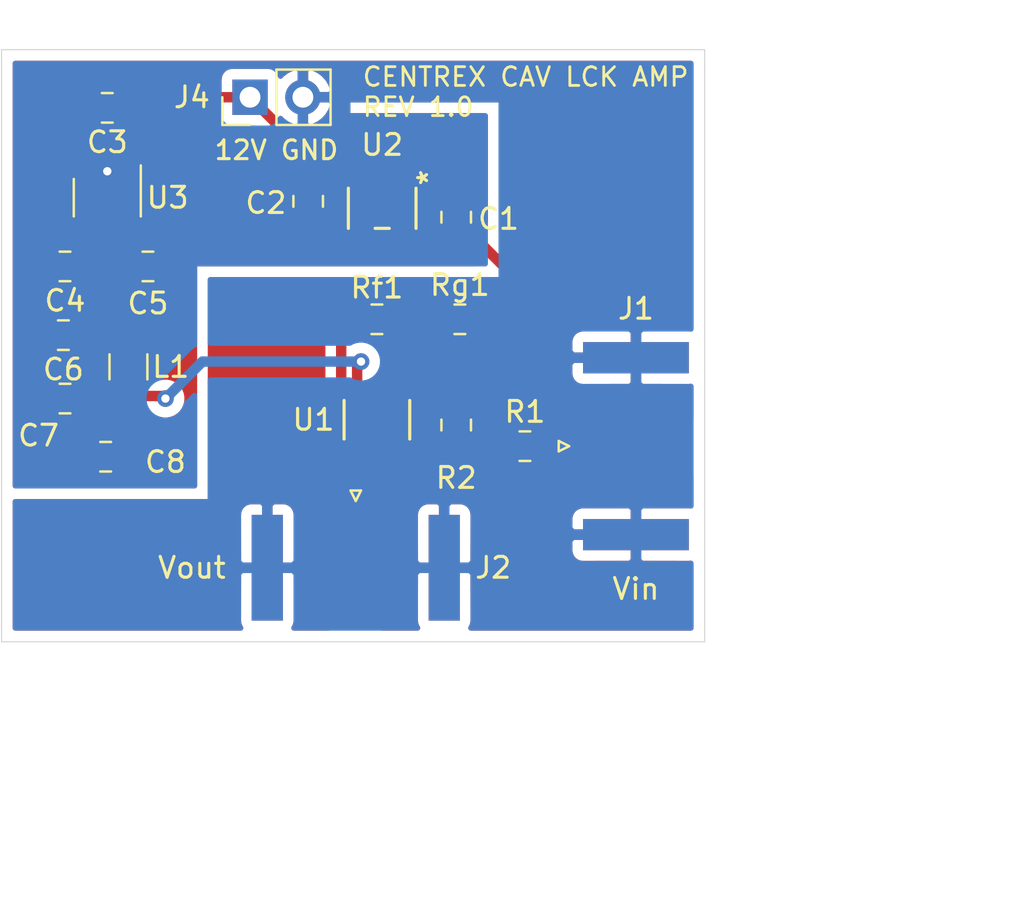
<source format=kicad_pcb>
(kicad_pcb (version 20171130) (host pcbnew "(5.1.4)-1")

  (general
    (thickness 1.6)
    (drawings 11)
    (tracks 56)
    (zones 0)
    (modules 19)
    (nets 13)
  )

  (page A4)
  (layers
    (0 F.Cu signal)
    (31 B.Cu signal)
    (32 B.Adhes user)
    (33 F.Adhes user)
    (34 B.Paste user)
    (35 F.Paste user)
    (36 B.SilkS user)
    (37 F.SilkS user)
    (38 B.Mask user)
    (39 F.Mask user)
    (40 Dwgs.User user)
    (41 Cmts.User user)
    (42 Eco1.User user)
    (43 Eco2.User user)
    (44 Edge.Cuts user)
    (45 Margin user)
    (46 B.CrtYd user)
    (47 F.CrtYd user)
    (48 B.Fab user)
    (49 F.Fab user)
  )

  (setup
    (last_trace_width 0.25)
    (trace_clearance 0.2)
    (zone_clearance 0.508)
    (zone_45_only no)
    (trace_min 0.2)
    (via_size 0.8)
    (via_drill 0.4)
    (via_min_size 0.4)
    (via_min_drill 0.3)
    (uvia_size 0.3)
    (uvia_drill 0.1)
    (uvias_allowed no)
    (uvia_min_size 0.2)
    (uvia_min_drill 0.1)
    (edge_width 0.05)
    (segment_width 0.2)
    (pcb_text_width 0.3)
    (pcb_text_size 1.5 1.5)
    (mod_edge_width 0.12)
    (mod_text_size 1 1)
    (mod_text_width 0.15)
    (pad_size 1.524 1.524)
    (pad_drill 0.762)
    (pad_to_mask_clearance 0.051)
    (solder_mask_min_width 0.25)
    (aux_axis_origin 0 0)
    (visible_elements 7FFFFFFF)
    (pcbplotparams
      (layerselection 0x010fc_ffffffff)
      (usegerberextensions false)
      (usegerberattributes false)
      (usegerberadvancedattributes false)
      (creategerberjobfile false)
      (excludeedgelayer true)
      (linewidth 0.100000)
      (plotframeref false)
      (viasonmask false)
      (mode 1)
      (useauxorigin false)
      (hpglpennumber 1)
      (hpglpenspeed 20)
      (hpglpendiameter 15.000000)
      (psnegative false)
      (psa4output false)
      (plotreference true)
      (plotvalue true)
      (plotinvisibletext false)
      (padsonsilk false)
      (subtractmaskfromsilk false)
      (outputformat 1)
      (mirror false)
      (drillshape 0)
      (scaleselection 1)
      (outputdirectory "gerber/"))
  )

  (net 0 "")
  (net 1 "Net-(U1-Pad5)")
  (net 2 Vref)
  (net 3 GND)
  (net 4 Vs)
  (net 5 +12V)
  (net 6 "Net-(C4-Pad1)")
  (net 7 "Net-(C5-Pad1)")
  (net 8 "Net-(J1-Pad1)")
  (net 9 "Net-(J2-Pad1)")
  (net 10 "Net-(R1-Pad1)")
  (net 11 "Net-(Rf1-Pad1)")
  (net 12 "Net-(U2-Pad1)")

  (net_class Default "This is the default net class."
    (clearance 0.2)
    (trace_width 0.25)
    (via_dia 0.8)
    (via_drill 0.4)
    (uvia_dia 0.3)
    (uvia_drill 0.1)
    (add_net +12V)
    (add_net GND)
    (add_net "Net-(C4-Pad1)")
    (add_net "Net-(C5-Pad1)")
    (add_net "Net-(J1-Pad1)")
    (add_net "Net-(J2-Pad1)")
    (add_net "Net-(R1-Pad1)")
    (add_net "Net-(Rf1-Pad1)")
    (add_net "Net-(U1-Pad5)")
    (add_net "Net-(U2-Pad1)")
    (add_net Vref)
    (add_net Vs)
  )

  (module Package_TO_SOT_SMD:SOT-23-5 (layer F.Cu) (tedit 5A02FF57) (tstamp 5D816CA0)
    (at 117.602 67.056 270)
    (descr "5-pin SOT23 package")
    (tags SOT-23-5)
    (path /5D82553C)
    (attr smd)
    (fp_text reference U3 (at 0 -2.9 180) (layer F.SilkS)
      (effects (font (size 1 1) (thickness 0.15)))
    )
    (fp_text value LP2985-10.0 (at 0 2.9 90) (layer F.Fab)
      (effects (font (size 1 1) (thickness 0.15)))
    )
    (fp_line (start 0.9 -1.55) (end 0.9 1.55) (layer F.Fab) (width 0.1))
    (fp_line (start 0.9 1.55) (end -0.9 1.55) (layer F.Fab) (width 0.1))
    (fp_line (start -0.9 -0.9) (end -0.9 1.55) (layer F.Fab) (width 0.1))
    (fp_line (start 0.9 -1.55) (end -0.25 -1.55) (layer F.Fab) (width 0.1))
    (fp_line (start -0.9 -0.9) (end -0.25 -1.55) (layer F.Fab) (width 0.1))
    (fp_line (start -1.9 1.8) (end -1.9 -1.8) (layer F.CrtYd) (width 0.05))
    (fp_line (start 1.9 1.8) (end -1.9 1.8) (layer F.CrtYd) (width 0.05))
    (fp_line (start 1.9 -1.8) (end 1.9 1.8) (layer F.CrtYd) (width 0.05))
    (fp_line (start -1.9 -1.8) (end 1.9 -1.8) (layer F.CrtYd) (width 0.05))
    (fp_line (start 0.9 -1.61) (end -1.55 -1.61) (layer F.SilkS) (width 0.12))
    (fp_line (start -0.9 1.61) (end 0.9 1.61) (layer F.SilkS) (width 0.12))
    (fp_text user %R (at 0 0) (layer F.Fab)
      (effects (font (size 0.5 0.5) (thickness 0.075)))
    )
    (pad 5 smd rect (at 1.1 -0.95 270) (size 1.06 0.65) (layers F.Cu F.Paste F.Mask)
      (net 7 "Net-(C5-Pad1)"))
    (pad 4 smd rect (at 1.1 0.95 270) (size 1.06 0.65) (layers F.Cu F.Paste F.Mask)
      (net 6 "Net-(C4-Pad1)"))
    (pad 3 smd rect (at -1.1 0.95 270) (size 1.06 0.65) (layers F.Cu F.Paste F.Mask)
      (net 5 +12V))
    (pad 2 smd rect (at -1.1 0 270) (size 1.06 0.65) (layers F.Cu F.Paste F.Mask)
      (net 3 GND))
    (pad 1 smd rect (at -1.1 -0.95 270) (size 1.06 0.65) (layers F.Cu F.Paste F.Mask)
      (net 5 +12V))
    (model ${KISYS3DMOD}/Package_TO_SOT_SMD.3dshapes/SOT-23-5.wrl
      (at (xyz 0 0 0))
      (scale (xyz 1 1 1))
      (rotate (xyz 0 0 0))
    )
  )

  (module footprints:LM4120AIM5-5.0&slash_NOPB (layer F.Cu) (tedit 0) (tstamp 5D81446E)
    (at 130.81 67.564 270)
    (path /5D81D32B)
    (fp_text reference U2 (at -3.048 0 180) (layer F.SilkS)
      (effects (font (size 1 1) (thickness 0.15)))
    )
    (fp_text value " " (at 0 0 90) (layer F.SilkS)
      (effects (font (size 1 1) (thickness 0.15)))
    )
    (fp_line (start 1.0922 1.7526) (end -1.0922 1.7526) (layer F.CrtYd) (width 0.1524))
    (fp_line (start 1.0922 1.4859) (end 1.0922 1.7526) (layer F.CrtYd) (width 0.1524))
    (fp_line (start 2.1336 1.4859) (end 1.0922 1.4859) (layer F.CrtYd) (width 0.1524))
    (fp_line (start 2.1336 -1.4859) (end 2.1336 1.4859) (layer F.CrtYd) (width 0.1524))
    (fp_line (start 1.0922 -1.4859) (end 2.1336 -1.4859) (layer F.CrtYd) (width 0.1524))
    (fp_line (start 1.0922 -1.7526) (end 1.0922 -1.4859) (layer F.CrtYd) (width 0.1524))
    (fp_line (start -1.0922 -1.7526) (end 1.0922 -1.7526) (layer F.CrtYd) (width 0.1524))
    (fp_line (start -1.0922 -1.4859) (end -1.0922 -1.7526) (layer F.CrtYd) (width 0.1524))
    (fp_line (start -2.1336 -1.4859) (end -1.0922 -1.4859) (layer F.CrtYd) (width 0.1524))
    (fp_line (start -2.1336 1.4859) (end -2.1336 -1.4859) (layer F.CrtYd) (width 0.1524))
    (fp_line (start -1.0922 1.4859) (end -2.1336 1.4859) (layer F.CrtYd) (width 0.1524))
    (fp_line (start -1.0922 1.7526) (end -1.0922 1.4859) (layer F.CrtYd) (width 0.1524))
    (fp_line (start -0.8382 -1.4986) (end -0.8382 1.4986) (layer F.Fab) (width 0.1524))
    (fp_line (start 0.8382 -1.4986) (end -0.8382 -1.4986) (layer F.Fab) (width 0.1524))
    (fp_line (start 0.8382 1.4986) (end 0.8382 -1.4986) (layer F.Fab) (width 0.1524))
    (fp_line (start -0.8382 1.4986) (end 0.8382 1.4986) (layer F.Fab) (width 0.1524))
    (fp_line (start 0.9652 -1.6256) (end -0.9652 -1.6256) (layer F.SilkS) (width 0.1524))
    (fp_line (start 0.9652 0.34036) (end 0.9652 -0.34036) (layer F.SilkS) (width 0.1524))
    (fp_line (start -0.9652 1.6256) (end 0.9652 1.6256) (layer F.SilkS) (width 0.1524))
    (fp_line (start 1.4986 -1.2065) (end 0.8382 -1.2065) (layer F.Fab) (width 0.1524))
    (fp_line (start 1.4986 -0.6985) (end 1.4986 -1.2065) (layer F.Fab) (width 0.1524))
    (fp_line (start 0.8382 -0.6985) (end 1.4986 -0.6985) (layer F.Fab) (width 0.1524))
    (fp_line (start 0.8382 -1.2065) (end 0.8382 -0.6985) (layer F.Fab) (width 0.1524))
    (fp_line (start 1.4986 0.6985) (end 0.8382 0.6985) (layer F.Fab) (width 0.1524))
    (fp_line (start 1.4986 1.2065) (end 1.4986 0.6985) (layer F.Fab) (width 0.1524))
    (fp_line (start 0.8382 1.2065) (end 1.4986 1.2065) (layer F.Fab) (width 0.1524))
    (fp_line (start 0.8382 0.6985) (end 0.8382 1.2065) (layer F.Fab) (width 0.1524))
    (fp_line (start -1.4986 1.2065) (end -0.8382 1.2065) (layer F.Fab) (width 0.1524))
    (fp_line (start -1.4986 0.6985) (end -1.4986 1.2065) (layer F.Fab) (width 0.1524))
    (fp_line (start -0.8382 0.6985) (end -1.4986 0.6985) (layer F.Fab) (width 0.1524))
    (fp_line (start -0.8382 1.2065) (end -0.8382 0.6985) (layer F.Fab) (width 0.1524))
    (fp_line (start -1.4986 0.254) (end -0.8382 0.254) (layer F.Fab) (width 0.1524))
    (fp_line (start -1.4986 -0.254) (end -1.4986 0.254) (layer F.Fab) (width 0.1524))
    (fp_line (start -0.8382 -0.254) (end -1.4986 -0.254) (layer F.Fab) (width 0.1524))
    (fp_line (start -0.8382 0.254) (end -0.8382 -0.254) (layer F.Fab) (width 0.1524))
    (fp_line (start -1.4986 -0.6985) (end -0.8382 -0.6985) (layer F.Fab) (width 0.1524))
    (fp_line (start -1.4986 -1.2065) (end -1.4986 -0.6985) (layer F.Fab) (width 0.1524))
    (fp_line (start -0.8382 -1.2065) (end -1.4986 -1.2065) (layer F.Fab) (width 0.1524))
    (fp_line (start -0.8382 -0.6985) (end -0.8382 -1.2065) (layer F.Fab) (width 0.1524))
    (fp_text user * (at -0.5842 -1.7399 90) (layer F.Fab)
      (effects (font (size 1 1) (thickness 0.15)))
    )
    (fp_text user * (at -1.4732 -2.2479 90) (layer F.SilkS)
      (effects (font (size 1 1) (thickness 0.15)))
    )
    (fp_text user "Copyright 2016 Accelerated Designs. All rights reserved." (at 0 0 90) (layer Cmts.User)
      (effects (font (size 0.127 0.127) (thickness 0.002)))
    )
    (pad 5 smd rect (at 1.2192 -0.9525 270) (size 1.27 0.5588) (layers F.Cu F.Paste F.Mask)
      (net 2 Vref))
    (pad 4 smd rect (at 1.2192 0.9525 270) (size 1.27 0.5588) (layers F.Cu F.Paste F.Mask)
      (net 5 +12V))
    (pad 3 smd rect (at -1.2192 0.9525 270) (size 1.27 0.5588) (layers F.Cu F.Paste F.Mask)
      (net 5 +12V))
    (pad 2 smd rect (at -1.2192 0 270) (size 1.27 0.5588) (layers F.Cu F.Paste F.Mask)
      (net 3 GND))
    (pad 1 smd rect (at -1.2192 -0.9525 270) (size 1.27 0.5588) (layers F.Cu F.Paste F.Mask)
      (net 12 "Net-(U2-Pad1)"))
  )

  (module Resistor_SMD:R_0805_2012Metric (layer F.Cu) (tedit 5B36C52B) (tstamp 5D816C21)
    (at 134.5415 72.898)
    (descr "Resistor SMD 0805 (2012 Metric), square (rectangular) end terminal, IPC_7351 nominal, (Body size source: https://docs.google.com/spreadsheets/d/1BsfQQcO9C6DZCsRaXUlFlo91Tg2WpOkGARC1WS5S8t0/edit?usp=sharing), generated with kicad-footprint-generator")
    (tags resistor)
    (path /5D81326B)
    (attr smd)
    (fp_text reference Rg1 (at 0 -1.65) (layer F.SilkS)
      (effects (font (size 1 1) (thickness 0.15)))
    )
    (fp_text value R (at 0 1.65) (layer F.Fab)
      (effects (font (size 1 1) (thickness 0.15)))
    )
    (fp_text user %R (at 0 0) (layer F.Fab)
      (effects (font (size 0.5 0.5) (thickness 0.08)))
    )
    (fp_line (start 1.68 0.95) (end -1.68 0.95) (layer F.CrtYd) (width 0.05))
    (fp_line (start 1.68 -0.95) (end 1.68 0.95) (layer F.CrtYd) (width 0.05))
    (fp_line (start -1.68 -0.95) (end 1.68 -0.95) (layer F.CrtYd) (width 0.05))
    (fp_line (start -1.68 0.95) (end -1.68 -0.95) (layer F.CrtYd) (width 0.05))
    (fp_line (start -0.258578 0.71) (end 0.258578 0.71) (layer F.SilkS) (width 0.12))
    (fp_line (start -0.258578 -0.71) (end 0.258578 -0.71) (layer F.SilkS) (width 0.12))
    (fp_line (start 1 0.6) (end -1 0.6) (layer F.Fab) (width 0.1))
    (fp_line (start 1 -0.6) (end 1 0.6) (layer F.Fab) (width 0.1))
    (fp_line (start -1 -0.6) (end 1 -0.6) (layer F.Fab) (width 0.1))
    (fp_line (start -1 0.6) (end -1 -0.6) (layer F.Fab) (width 0.1))
    (pad 2 smd roundrect (at 0.9375 0) (size 0.975 1.4) (layers F.Cu F.Paste F.Mask) (roundrect_rratio 0.25)
      (net 3 GND))
    (pad 1 smd roundrect (at -0.9375 0) (size 0.975 1.4) (layers F.Cu F.Paste F.Mask) (roundrect_rratio 0.25)
      (net 11 "Net-(Rf1-Pad1)"))
    (model ${KISYS3DMOD}/Resistor_SMD.3dshapes/R_0805_2012Metric.wrl
      (at (xyz 0 0 0))
      (scale (xyz 1 1 1))
      (rotate (xyz 0 0 0))
    )
  )

  (module Resistor_SMD:R_0805_2012Metric (layer F.Cu) (tedit 5B36C52B) (tstamp 5D81C8C7)
    (at 130.556 72.898 180)
    (descr "Resistor SMD 0805 (2012 Metric), square (rectangular) end terminal, IPC_7351 nominal, (Body size source: https://docs.google.com/spreadsheets/d/1BsfQQcO9C6DZCsRaXUlFlo91Tg2WpOkGARC1WS5S8t0/edit?usp=sharing), generated with kicad-footprint-generator")
    (tags resistor)
    (path /5D813542)
    (attr smd)
    (fp_text reference Rf1 (at 0 1.524) (layer F.SilkS)
      (effects (font (size 1 1) (thickness 0.15)))
    )
    (fp_text value R (at 0 1.65) (layer F.Fab)
      (effects (font (size 1 1) (thickness 0.15)))
    )
    (fp_text user %R (at 0 0) (layer F.Fab)
      (effects (font (size 0.5 0.5) (thickness 0.08)))
    )
    (fp_line (start 1.68 0.95) (end -1.68 0.95) (layer F.CrtYd) (width 0.05))
    (fp_line (start 1.68 -0.95) (end 1.68 0.95) (layer F.CrtYd) (width 0.05))
    (fp_line (start -1.68 -0.95) (end 1.68 -0.95) (layer F.CrtYd) (width 0.05))
    (fp_line (start -1.68 0.95) (end -1.68 -0.95) (layer F.CrtYd) (width 0.05))
    (fp_line (start -0.258578 0.71) (end 0.258578 0.71) (layer F.SilkS) (width 0.12))
    (fp_line (start -0.258578 -0.71) (end 0.258578 -0.71) (layer F.SilkS) (width 0.12))
    (fp_line (start 1 0.6) (end -1 0.6) (layer F.Fab) (width 0.1))
    (fp_line (start 1 -0.6) (end 1 0.6) (layer F.Fab) (width 0.1))
    (fp_line (start -1 -0.6) (end 1 -0.6) (layer F.Fab) (width 0.1))
    (fp_line (start -1 0.6) (end -1 -0.6) (layer F.Fab) (width 0.1))
    (pad 2 smd roundrect (at 0.9375 0 180) (size 0.975 1.4) (layers F.Cu F.Paste F.Mask) (roundrect_rratio 0.25)
      (net 9 "Net-(J2-Pad1)"))
    (pad 1 smd roundrect (at -0.9375 0 180) (size 0.975 1.4) (layers F.Cu F.Paste F.Mask) (roundrect_rratio 0.25)
      (net 11 "Net-(Rf1-Pad1)"))
    (model ${KISYS3DMOD}/Resistor_SMD.3dshapes/R_0805_2012Metric.wrl
      (at (xyz 0 0 0))
      (scale (xyz 1 1 1))
      (rotate (xyz 0 0 0))
    )
  )

  (module Resistor_SMD:R_0805_2012Metric (layer F.Cu) (tedit 5B36C52B) (tstamp 5D81C778)
    (at 134.366 77.978 90)
    (descr "Resistor SMD 0805 (2012 Metric), square (rectangular) end terminal, IPC_7351 nominal, (Body size source: https://docs.google.com/spreadsheets/d/1BsfQQcO9C6DZCsRaXUlFlo91Tg2WpOkGARC1WS5S8t0/edit?usp=sharing), generated with kicad-footprint-generator")
    (tags resistor)
    (path /5D81302F)
    (attr smd)
    (fp_text reference R2 (at -2.54 0 180) (layer F.SilkS)
      (effects (font (size 1 1) (thickness 0.15)))
    )
    (fp_text value R (at 0 1.65 90) (layer F.Fab)
      (effects (font (size 1 1) (thickness 0.15)))
    )
    (fp_text user %R (at 0 0 90) (layer F.Fab)
      (effects (font (size 0.5 0.5) (thickness 0.08)))
    )
    (fp_line (start 1.68 0.95) (end -1.68 0.95) (layer F.CrtYd) (width 0.05))
    (fp_line (start 1.68 -0.95) (end 1.68 0.95) (layer F.CrtYd) (width 0.05))
    (fp_line (start -1.68 -0.95) (end 1.68 -0.95) (layer F.CrtYd) (width 0.05))
    (fp_line (start -1.68 0.95) (end -1.68 -0.95) (layer F.CrtYd) (width 0.05))
    (fp_line (start -0.258578 0.71) (end 0.258578 0.71) (layer F.SilkS) (width 0.12))
    (fp_line (start -0.258578 -0.71) (end 0.258578 -0.71) (layer F.SilkS) (width 0.12))
    (fp_line (start 1 0.6) (end -1 0.6) (layer F.Fab) (width 0.1))
    (fp_line (start 1 -0.6) (end 1 0.6) (layer F.Fab) (width 0.1))
    (fp_line (start -1 -0.6) (end 1 -0.6) (layer F.Fab) (width 0.1))
    (fp_line (start -1 0.6) (end -1 -0.6) (layer F.Fab) (width 0.1))
    (pad 2 smd roundrect (at 0.9375 0 90) (size 0.975 1.4) (layers F.Cu F.Paste F.Mask) (roundrect_rratio 0.25)
      (net 2 Vref))
    (pad 1 smd roundrect (at -0.9375 0 90) (size 0.975 1.4) (layers F.Cu F.Paste F.Mask) (roundrect_rratio 0.25)
      (net 10 "Net-(R1-Pad1)"))
    (model ${KISYS3DMOD}/Resistor_SMD.3dshapes/R_0805_2012Metric.wrl
      (at (xyz 0 0 0))
      (scale (xyz 1 1 1))
      (rotate (xyz 0 0 0))
    )
  )

  (module Resistor_SMD:R_0805_2012Metric (layer F.Cu) (tedit 5B36C52B) (tstamp 5D81C7A8)
    (at 137.668 78.994)
    (descr "Resistor SMD 0805 (2012 Metric), square (rectangular) end terminal, IPC_7351 nominal, (Body size source: https://docs.google.com/spreadsheets/d/1BsfQQcO9C6DZCsRaXUlFlo91Tg2WpOkGARC1WS5S8t0/edit?usp=sharing), generated with kicad-footprint-generator")
    (tags resistor)
    (path /5D812CC9)
    (attr smd)
    (fp_text reference R1 (at 0 -1.65) (layer F.SilkS)
      (effects (font (size 1 1) (thickness 0.15)))
    )
    (fp_text value R (at 0 1.65) (layer F.Fab)
      (effects (font (size 1 1) (thickness 0.15)))
    )
    (fp_text user %R (at 0 0) (layer F.Fab)
      (effects (font (size 0.5 0.5) (thickness 0.08)))
    )
    (fp_line (start 1.68 0.95) (end -1.68 0.95) (layer F.CrtYd) (width 0.05))
    (fp_line (start 1.68 -0.95) (end 1.68 0.95) (layer F.CrtYd) (width 0.05))
    (fp_line (start -1.68 -0.95) (end 1.68 -0.95) (layer F.CrtYd) (width 0.05))
    (fp_line (start -1.68 0.95) (end -1.68 -0.95) (layer F.CrtYd) (width 0.05))
    (fp_line (start -0.258578 0.71) (end 0.258578 0.71) (layer F.SilkS) (width 0.12))
    (fp_line (start -0.258578 -0.71) (end 0.258578 -0.71) (layer F.SilkS) (width 0.12))
    (fp_line (start 1 0.6) (end -1 0.6) (layer F.Fab) (width 0.1))
    (fp_line (start 1 -0.6) (end 1 0.6) (layer F.Fab) (width 0.1))
    (fp_line (start -1 -0.6) (end 1 -0.6) (layer F.Fab) (width 0.1))
    (fp_line (start -1 0.6) (end -1 -0.6) (layer F.Fab) (width 0.1))
    (pad 2 smd roundrect (at 0.9375 0) (size 0.975 1.4) (layers F.Cu F.Paste F.Mask) (roundrect_rratio 0.25)
      (net 8 "Net-(J1-Pad1)"))
    (pad 1 smd roundrect (at -0.9375 0) (size 0.975 1.4) (layers F.Cu F.Paste F.Mask) (roundrect_rratio 0.25)
      (net 10 "Net-(R1-Pad1)"))
    (model ${KISYS3DMOD}/Resistor_SMD.3dshapes/R_0805_2012Metric.wrl
      (at (xyz 0 0 0))
      (scale (xyz 1 1 1))
      (rotate (xyz 0 0 0))
    )
  )

  (module Inductor_SMD:L_1206_3216Metric (layer F.Cu) (tedit 5B301BBE) (tstamp 5D816BDD)
    (at 118.618 75.184 270)
    (descr "Inductor SMD 1206 (3216 Metric), square (rectangular) end terminal, IPC_7351 nominal, (Body size source: http://www.tortai-tech.com/upload/download/2011102023233369053.pdf), generated with kicad-footprint-generator")
    (tags inductor)
    (path /5D82BF36)
    (attr smd)
    (fp_text reference L1 (at 0 -2.032 180) (layer F.SilkS)
      (effects (font (size 1 1) (thickness 0.15)))
    )
    (fp_text value L_Core_Ferrite (at 0 1.82 90) (layer F.Fab)
      (effects (font (size 1 1) (thickness 0.15)))
    )
    (fp_text user %R (at 0 0 90) (layer F.Fab)
      (effects (font (size 0.8 0.8) (thickness 0.12)))
    )
    (fp_line (start 2.28 1.12) (end -2.28 1.12) (layer F.CrtYd) (width 0.05))
    (fp_line (start 2.28 -1.12) (end 2.28 1.12) (layer F.CrtYd) (width 0.05))
    (fp_line (start -2.28 -1.12) (end 2.28 -1.12) (layer F.CrtYd) (width 0.05))
    (fp_line (start -2.28 1.12) (end -2.28 -1.12) (layer F.CrtYd) (width 0.05))
    (fp_line (start -0.602064 0.91) (end 0.602064 0.91) (layer F.SilkS) (width 0.12))
    (fp_line (start -0.602064 -0.91) (end 0.602064 -0.91) (layer F.SilkS) (width 0.12))
    (fp_line (start 1.6 0.8) (end -1.6 0.8) (layer F.Fab) (width 0.1))
    (fp_line (start 1.6 -0.8) (end 1.6 0.8) (layer F.Fab) (width 0.1))
    (fp_line (start -1.6 -0.8) (end 1.6 -0.8) (layer F.Fab) (width 0.1))
    (fp_line (start -1.6 0.8) (end -1.6 -0.8) (layer F.Fab) (width 0.1))
    (pad 2 smd roundrect (at 1.4 0 270) (size 1.25 1.75) (layers F.Cu F.Paste F.Mask) (roundrect_rratio 0.2)
      (net 4 Vs))
    (pad 1 smd roundrect (at -1.4 0 270) (size 1.25 1.75) (layers F.Cu F.Paste F.Mask) (roundrect_rratio 0.2)
      (net 7 "Net-(C5-Pad1)"))
    (model ${KISYS3DMOD}/Inductor_SMD.3dshapes/L_1206_3216Metric.wrl
      (at (xyz 0 0 0))
      (scale (xyz 1 1 1))
      (rotate (xyz 0 0 0))
    )
  )

  (module Connector_PinHeader_2.54mm:PinHeader_1x02_P2.54mm_Vertical (layer F.Cu) (tedit 59FED5CC) (tstamp 5D817F91)
    (at 124.46 62.23 90)
    (descr "Through hole straight pin header, 1x02, 2.54mm pitch, single row")
    (tags "Through hole pin header THT 1x02 2.54mm single row")
    (path /5D82225A)
    (fp_text reference J4 (at 0 -2.794 180) (layer F.SilkS)
      (effects (font (size 1 1) (thickness 0.15)))
    )
    (fp_text value Conn_01x02 (at 0 4.87 90) (layer F.Fab)
      (effects (font (size 1 1) (thickness 0.15)))
    )
    (fp_text user %R (at 0 1.27) (layer F.Fab)
      (effects (font (size 1 1) (thickness 0.15)))
    )
    (fp_line (start 1.8 -1.8) (end -1.8 -1.8) (layer F.CrtYd) (width 0.05))
    (fp_line (start 1.8 4.35) (end 1.8 -1.8) (layer F.CrtYd) (width 0.05))
    (fp_line (start -1.8 4.35) (end 1.8 4.35) (layer F.CrtYd) (width 0.05))
    (fp_line (start -1.8 -1.8) (end -1.8 4.35) (layer F.CrtYd) (width 0.05))
    (fp_line (start -1.33 -1.33) (end 0 -1.33) (layer F.SilkS) (width 0.12))
    (fp_line (start -1.33 0) (end -1.33 -1.33) (layer F.SilkS) (width 0.12))
    (fp_line (start -1.33 1.27) (end 1.33 1.27) (layer F.SilkS) (width 0.12))
    (fp_line (start 1.33 1.27) (end 1.33 3.87) (layer F.SilkS) (width 0.12))
    (fp_line (start -1.33 1.27) (end -1.33 3.87) (layer F.SilkS) (width 0.12))
    (fp_line (start -1.33 3.87) (end 1.33 3.87) (layer F.SilkS) (width 0.12))
    (fp_line (start -1.27 -0.635) (end -0.635 -1.27) (layer F.Fab) (width 0.1))
    (fp_line (start -1.27 3.81) (end -1.27 -0.635) (layer F.Fab) (width 0.1))
    (fp_line (start 1.27 3.81) (end -1.27 3.81) (layer F.Fab) (width 0.1))
    (fp_line (start 1.27 -1.27) (end 1.27 3.81) (layer F.Fab) (width 0.1))
    (fp_line (start -0.635 -1.27) (end 1.27 -1.27) (layer F.Fab) (width 0.1))
    (pad 2 thru_hole oval (at 0 2.54 90) (size 1.7 1.7) (drill 1) (layers *.Cu *.Mask)
      (net 3 GND))
    (pad 1 thru_hole rect (at 0 0 90) (size 1.7 1.7) (drill 1) (layers *.Cu *.Mask)
      (net 5 +12V))
    (model ${KISYS3DMOD}/Connector_PinHeader_2.54mm.3dshapes/PinHeader_1x02_P2.54mm_Vertical.wrl
      (at (xyz 0 0 0))
      (scale (xyz 1 1 1))
      (rotate (xyz 0 0 0))
    )
  )

  (module Connector_Coaxial:SMA_Amphenol_132289_EdgeMount (layer F.Cu) (tedit 5A1C1810) (tstamp 5D816B9F)
    (at 129.54 84.836 270)
    (descr http://www.amphenolrf.com/132289.html)
    (tags SMA)
    (path /5D81C3BB)
    (attr smd)
    (fp_text reference J2 (at 0 -6.604) (layer F.SilkS)
      (effects (font (size 1 1) (thickness 0.15)))
    )
    (fp_text value Conn_Coaxial (at 5 6 90) (layer F.Fab)
      (effects (font (size 1 1) (thickness 0.15)))
    )
    (fp_line (start -1.91 5.08) (end 4.445 5.08) (layer F.Fab) (width 0.1))
    (fp_line (start -1.91 3.81) (end -1.91 5.08) (layer F.Fab) (width 0.1))
    (fp_line (start 2.54 3.81) (end -1.91 3.81) (layer F.Fab) (width 0.1))
    (fp_line (start 2.54 -3.81) (end 2.54 3.81) (layer F.Fab) (width 0.1))
    (fp_line (start -1.91 -3.81) (end 2.54 -3.81) (layer F.Fab) (width 0.1))
    (fp_line (start -1.91 -5.08) (end -1.91 -3.81) (layer F.Fab) (width 0.1))
    (fp_line (start -1.91 -5.08) (end 4.445 -5.08) (layer F.Fab) (width 0.1))
    (fp_line (start 4.445 -3.81) (end 4.445 -5.08) (layer F.Fab) (width 0.1))
    (fp_line (start 4.445 5.08) (end 4.445 3.81) (layer F.Fab) (width 0.1))
    (fp_line (start 13.97 3.81) (end 4.445 3.81) (layer F.Fab) (width 0.1))
    (fp_line (start 13.97 -3.81) (end 13.97 3.81) (layer F.Fab) (width 0.1))
    (fp_line (start 4.445 -3.81) (end 13.97 -3.81) (layer F.Fab) (width 0.1))
    (fp_line (start -3.04 5.58) (end -3.04 -5.58) (layer B.CrtYd) (width 0.05))
    (fp_line (start 14.47 5.58) (end -3.04 5.58) (layer B.CrtYd) (width 0.05))
    (fp_line (start 14.47 -5.58) (end 14.47 5.58) (layer B.CrtYd) (width 0.05))
    (fp_line (start 14.47 -5.58) (end -3.04 -5.58) (layer B.CrtYd) (width 0.05))
    (fp_line (start -3.04 5.58) (end -3.04 -5.58) (layer F.CrtYd) (width 0.05))
    (fp_line (start 14.47 5.58) (end -3.04 5.58) (layer F.CrtYd) (width 0.05))
    (fp_line (start 14.47 -5.58) (end 14.47 5.58) (layer F.CrtYd) (width 0.05))
    (fp_line (start 14.47 -5.58) (end -3.04 -5.58) (layer F.CrtYd) (width 0.05))
    (fp_text user %R (at 4.79 0 180) (layer F.Fab)
      (effects (font (size 1 1) (thickness 0.15)))
    )
    (fp_line (start 2.54 -0.75) (end 3.54 0) (layer F.Fab) (width 0.1))
    (fp_line (start 3.54 0) (end 2.54 0.75) (layer F.Fab) (width 0.1))
    (fp_line (start -3.21 0) (end -3.71 -0.25) (layer F.SilkS) (width 0.12))
    (fp_line (start -3.71 -0.25) (end -3.71 0.25) (layer F.SilkS) (width 0.12))
    (fp_line (start -3.71 0.25) (end -3.21 0) (layer F.SilkS) (width 0.12))
    (pad 1 smd rect (at 0 0) (size 1.5 5.08) (layers F.Cu F.Paste F.Mask)
      (net 9 "Net-(J2-Pad1)"))
    (pad 2 smd rect (at 0 -4.25) (size 1.5 5.08) (layers F.Cu F.Paste F.Mask)
      (net 3 GND))
    (pad 2 smd rect (at 0 4.25) (size 1.5 5.08) (layers F.Cu F.Paste F.Mask)
      (net 3 GND))
    (pad 2 smd rect (at 0 -4.25) (size 1.5 5.08) (layers B.Cu B.Paste B.Mask)
      (net 3 GND))
    (pad 2 smd rect (at 0 4.25) (size 1.5 5.08) (layers B.Cu B.Paste B.Mask)
      (net 3 GND))
    (model ${KISYS3DMOD}/Connector_Coaxial.3dshapes/SMA_Amphenol_132289_EdgeMount.wrl
      (at (xyz 0 0 0))
      (scale (xyz 1 1 1))
      (rotate (xyz 0 0 0))
    )
  )

  (module Connector_Coaxial:SMA_Amphenol_132289_EdgeMount (layer F.Cu) (tedit 5A1C1810) (tstamp 5D81C724)
    (at 143.002 78.994)
    (descr http://www.amphenolrf.com/132289.html)
    (tags SMA)
    (path /5D81B0ED)
    (attr smd)
    (fp_text reference J1 (at 0 -6.604 180) (layer F.SilkS)
      (effects (font (size 1 1) (thickness 0.15)))
    )
    (fp_text value Conn_Coaxial (at 5 6) (layer F.Fab)
      (effects (font (size 1 1) (thickness 0.15)))
    )
    (fp_line (start -1.91 5.08) (end 4.445 5.08) (layer F.Fab) (width 0.1))
    (fp_line (start -1.91 3.81) (end -1.91 5.08) (layer F.Fab) (width 0.1))
    (fp_line (start 2.54 3.81) (end -1.91 3.81) (layer F.Fab) (width 0.1))
    (fp_line (start 2.54 -3.81) (end 2.54 3.81) (layer F.Fab) (width 0.1))
    (fp_line (start -1.91 -3.81) (end 2.54 -3.81) (layer F.Fab) (width 0.1))
    (fp_line (start -1.91 -5.08) (end -1.91 -3.81) (layer F.Fab) (width 0.1))
    (fp_line (start -1.91 -5.08) (end 4.445 -5.08) (layer F.Fab) (width 0.1))
    (fp_line (start 4.445 -3.81) (end 4.445 -5.08) (layer F.Fab) (width 0.1))
    (fp_line (start 4.445 5.08) (end 4.445 3.81) (layer F.Fab) (width 0.1))
    (fp_line (start 13.97 3.81) (end 4.445 3.81) (layer F.Fab) (width 0.1))
    (fp_line (start 13.97 -3.81) (end 13.97 3.81) (layer F.Fab) (width 0.1))
    (fp_line (start 4.445 -3.81) (end 13.97 -3.81) (layer F.Fab) (width 0.1))
    (fp_line (start -3.04 5.58) (end -3.04 -5.58) (layer B.CrtYd) (width 0.05))
    (fp_line (start 14.47 5.58) (end -3.04 5.58) (layer B.CrtYd) (width 0.05))
    (fp_line (start 14.47 -5.58) (end 14.47 5.58) (layer B.CrtYd) (width 0.05))
    (fp_line (start 14.47 -5.58) (end -3.04 -5.58) (layer B.CrtYd) (width 0.05))
    (fp_line (start -3.04 5.58) (end -3.04 -5.58) (layer F.CrtYd) (width 0.05))
    (fp_line (start 14.47 5.58) (end -3.04 5.58) (layer F.CrtYd) (width 0.05))
    (fp_line (start 14.47 -5.58) (end 14.47 5.58) (layer F.CrtYd) (width 0.05))
    (fp_line (start 14.47 -5.58) (end -3.04 -5.58) (layer F.CrtYd) (width 0.05))
    (fp_text user %R (at 4.79 0 270) (layer F.Fab)
      (effects (font (size 1 1) (thickness 0.15)))
    )
    (fp_line (start 2.54 -0.75) (end 3.54 0) (layer F.Fab) (width 0.1))
    (fp_line (start 3.54 0) (end 2.54 0.75) (layer F.Fab) (width 0.1))
    (fp_line (start -3.21 0) (end -3.71 -0.25) (layer F.SilkS) (width 0.12))
    (fp_line (start -3.71 -0.25) (end -3.71 0.25) (layer F.SilkS) (width 0.12))
    (fp_line (start -3.71 0.25) (end -3.21 0) (layer F.SilkS) (width 0.12))
    (pad 1 smd rect (at 0 0 90) (size 1.5 5.08) (layers F.Cu F.Paste F.Mask)
      (net 8 "Net-(J1-Pad1)"))
    (pad 2 smd rect (at 0 -4.25 90) (size 1.5 5.08) (layers F.Cu F.Paste F.Mask)
      (net 3 GND))
    (pad 2 smd rect (at 0 4.25 90) (size 1.5 5.08) (layers F.Cu F.Paste F.Mask)
      (net 3 GND))
    (pad 2 smd rect (at 0 -4.25 90) (size 1.5 5.08) (layers B.Cu B.Paste B.Mask)
      (net 3 GND))
    (pad 2 smd rect (at 0 4.25 90) (size 1.5 5.08) (layers B.Cu B.Paste B.Mask)
      (net 3 GND))
    (model ${KISYS3DMOD}/Connector_Coaxial.3dshapes/SMA_Amphenol_132289_EdgeMount.wrl
      (at (xyz 0 0 0))
      (scale (xyz 1 1 1))
      (rotate (xyz 0 0 0))
    )
  )

  (module Capacitor_SMD:C_0805_2012Metric (layer F.Cu) (tedit 5B36C52B) (tstamp 5D816B59)
    (at 117.5235 79.502 180)
    (descr "Capacitor SMD 0805 (2012 Metric), square (rectangular) end terminal, IPC_7351 nominal, (Body size source: https://docs.google.com/spreadsheets/d/1BsfQQcO9C6DZCsRaXUlFlo91Tg2WpOkGARC1WS5S8t0/edit?usp=sharing), generated with kicad-footprint-generator")
    (tags capacitor)
    (path /5D82B6EF)
    (attr smd)
    (fp_text reference C8 (at -2.8725 -0.254) (layer F.SilkS)
      (effects (font (size 1 1) (thickness 0.15)))
    )
    (fp_text value 0.1u (at 0 1.65) (layer F.Fab)
      (effects (font (size 1 1) (thickness 0.15)))
    )
    (fp_text user %R (at 0 0) (layer F.Fab)
      (effects (font (size 0.5 0.5) (thickness 0.08)))
    )
    (fp_line (start 1.68 0.95) (end -1.68 0.95) (layer F.CrtYd) (width 0.05))
    (fp_line (start 1.68 -0.95) (end 1.68 0.95) (layer F.CrtYd) (width 0.05))
    (fp_line (start -1.68 -0.95) (end 1.68 -0.95) (layer F.CrtYd) (width 0.05))
    (fp_line (start -1.68 0.95) (end -1.68 -0.95) (layer F.CrtYd) (width 0.05))
    (fp_line (start -0.258578 0.71) (end 0.258578 0.71) (layer F.SilkS) (width 0.12))
    (fp_line (start -0.258578 -0.71) (end 0.258578 -0.71) (layer F.SilkS) (width 0.12))
    (fp_line (start 1 0.6) (end -1 0.6) (layer F.Fab) (width 0.1))
    (fp_line (start 1 -0.6) (end 1 0.6) (layer F.Fab) (width 0.1))
    (fp_line (start -1 -0.6) (end 1 -0.6) (layer F.Fab) (width 0.1))
    (fp_line (start -1 0.6) (end -1 -0.6) (layer F.Fab) (width 0.1))
    (pad 2 smd roundrect (at 0.9375 0 180) (size 0.975 1.4) (layers F.Cu F.Paste F.Mask) (roundrect_rratio 0.25)
      (net 3 GND))
    (pad 1 smd roundrect (at -0.9375 0 180) (size 0.975 1.4) (layers F.Cu F.Paste F.Mask) (roundrect_rratio 0.25)
      (net 4 Vs))
    (model ${KISYS3DMOD}/Capacitor_SMD.3dshapes/C_0805_2012Metric.wrl
      (at (xyz 0 0 0))
      (scale (xyz 1 1 1))
      (rotate (xyz 0 0 0))
    )
  )

  (module Capacitor_SMD:C_0805_2012Metric (layer F.Cu) (tedit 5B36C52B) (tstamp 5D816B48)
    (at 115.57 76.708 180)
    (descr "Capacitor SMD 0805 (2012 Metric), square (rectangular) end terminal, IPC_7351 nominal, (Body size source: https://docs.google.com/spreadsheets/d/1BsfQQcO9C6DZCsRaXUlFlo91Tg2WpOkGARC1WS5S8t0/edit?usp=sharing), generated with kicad-footprint-generator")
    (tags capacitor)
    (path /5D82B1C9)
    (attr smd)
    (fp_text reference C7 (at 1.27 -1.778) (layer F.SilkS)
      (effects (font (size 1 1) (thickness 0.15)))
    )
    (fp_text value 1u (at 0 1.65) (layer F.Fab)
      (effects (font (size 1 1) (thickness 0.15)))
    )
    (fp_text user %R (at 0 0) (layer F.Fab)
      (effects (font (size 0.5 0.5) (thickness 0.08)))
    )
    (fp_line (start 1.68 0.95) (end -1.68 0.95) (layer F.CrtYd) (width 0.05))
    (fp_line (start 1.68 -0.95) (end 1.68 0.95) (layer F.CrtYd) (width 0.05))
    (fp_line (start -1.68 -0.95) (end 1.68 -0.95) (layer F.CrtYd) (width 0.05))
    (fp_line (start -1.68 0.95) (end -1.68 -0.95) (layer F.CrtYd) (width 0.05))
    (fp_line (start -0.258578 0.71) (end 0.258578 0.71) (layer F.SilkS) (width 0.12))
    (fp_line (start -0.258578 -0.71) (end 0.258578 -0.71) (layer F.SilkS) (width 0.12))
    (fp_line (start 1 0.6) (end -1 0.6) (layer F.Fab) (width 0.1))
    (fp_line (start 1 -0.6) (end 1 0.6) (layer F.Fab) (width 0.1))
    (fp_line (start -1 -0.6) (end 1 -0.6) (layer F.Fab) (width 0.1))
    (fp_line (start -1 0.6) (end -1 -0.6) (layer F.Fab) (width 0.1))
    (pad 2 smd roundrect (at 0.9375 0 180) (size 0.975 1.4) (layers F.Cu F.Paste F.Mask) (roundrect_rratio 0.25)
      (net 3 GND))
    (pad 1 smd roundrect (at -0.9375 0 180) (size 0.975 1.4) (layers F.Cu F.Paste F.Mask) (roundrect_rratio 0.25)
      (net 4 Vs))
    (model ${KISYS3DMOD}/Capacitor_SMD.3dshapes/C_0805_2012Metric.wrl
      (at (xyz 0 0 0))
      (scale (xyz 1 1 1))
      (rotate (xyz 0 0 0))
    )
  )

  (module Capacitor_SMD:C_0805_2012Metric (layer F.Cu) (tedit 5B36C52B) (tstamp 5D816B37)
    (at 115.4915 73.66 180)
    (descr "Capacitor SMD 0805 (2012 Metric), square (rectangular) end terminal, IPC_7351 nominal, (Body size source: https://docs.google.com/spreadsheets/d/1BsfQQcO9C6DZCsRaXUlFlo91Tg2WpOkGARC1WS5S8t0/edit?usp=sharing), generated with kicad-footprint-generator")
    (tags capacitor)
    (path /5D82A886)
    (attr smd)
    (fp_text reference C6 (at 0 -1.65) (layer F.SilkS)
      (effects (font (size 1 1) (thickness 0.15)))
    )
    (fp_text value 10u (at 0 1.65) (layer F.Fab)
      (effects (font (size 1 1) (thickness 0.15)))
    )
    (fp_text user %R (at 0 0) (layer F.Fab)
      (effects (font (size 0.5 0.5) (thickness 0.08)))
    )
    (fp_line (start 1.68 0.95) (end -1.68 0.95) (layer F.CrtYd) (width 0.05))
    (fp_line (start 1.68 -0.95) (end 1.68 0.95) (layer F.CrtYd) (width 0.05))
    (fp_line (start -1.68 -0.95) (end 1.68 -0.95) (layer F.CrtYd) (width 0.05))
    (fp_line (start -1.68 0.95) (end -1.68 -0.95) (layer F.CrtYd) (width 0.05))
    (fp_line (start -0.258578 0.71) (end 0.258578 0.71) (layer F.SilkS) (width 0.12))
    (fp_line (start -0.258578 -0.71) (end 0.258578 -0.71) (layer F.SilkS) (width 0.12))
    (fp_line (start 1 0.6) (end -1 0.6) (layer F.Fab) (width 0.1))
    (fp_line (start 1 -0.6) (end 1 0.6) (layer F.Fab) (width 0.1))
    (fp_line (start -1 -0.6) (end 1 -0.6) (layer F.Fab) (width 0.1))
    (fp_line (start -1 0.6) (end -1 -0.6) (layer F.Fab) (width 0.1))
    (pad 2 smd roundrect (at 0.9375 0 180) (size 0.975 1.4) (layers F.Cu F.Paste F.Mask) (roundrect_rratio 0.25)
      (net 3 GND))
    (pad 1 smd roundrect (at -0.9375 0 180) (size 0.975 1.4) (layers F.Cu F.Paste F.Mask) (roundrect_rratio 0.25)
      (net 7 "Net-(C5-Pad1)"))
    (model ${KISYS3DMOD}/Capacitor_SMD.3dshapes/C_0805_2012Metric.wrl
      (at (xyz 0 0 0))
      (scale (xyz 1 1 1))
      (rotate (xyz 0 0 0))
    )
  )

  (module Capacitor_SMD:C_0805_2012Metric (layer F.Cu) (tedit 5B36C52B) (tstamp 5D816B26)
    (at 119.5555 70.358)
    (descr "Capacitor SMD 0805 (2012 Metric), square (rectangular) end terminal, IPC_7351 nominal, (Body size source: https://docs.google.com/spreadsheets/d/1BsfQQcO9C6DZCsRaXUlFlo91Tg2WpOkGARC1WS5S8t0/edit?usp=sharing), generated with kicad-footprint-generator")
    (tags capacitor)
    (path /5D829154)
    (attr smd)
    (fp_text reference C5 (at 0 1.778) (layer F.SilkS)
      (effects (font (size 1 1) (thickness 0.15)))
    )
    (fp_text value 2.2u (at 0 1.65) (layer F.Fab)
      (effects (font (size 1 1) (thickness 0.15)))
    )
    (fp_text user %R (at 0 0) (layer F.Fab)
      (effects (font (size 0.5 0.5) (thickness 0.08)))
    )
    (fp_line (start 1.68 0.95) (end -1.68 0.95) (layer F.CrtYd) (width 0.05))
    (fp_line (start 1.68 -0.95) (end 1.68 0.95) (layer F.CrtYd) (width 0.05))
    (fp_line (start -1.68 -0.95) (end 1.68 -0.95) (layer F.CrtYd) (width 0.05))
    (fp_line (start -1.68 0.95) (end -1.68 -0.95) (layer F.CrtYd) (width 0.05))
    (fp_line (start -0.258578 0.71) (end 0.258578 0.71) (layer F.SilkS) (width 0.12))
    (fp_line (start -0.258578 -0.71) (end 0.258578 -0.71) (layer F.SilkS) (width 0.12))
    (fp_line (start 1 0.6) (end -1 0.6) (layer F.Fab) (width 0.1))
    (fp_line (start 1 -0.6) (end 1 0.6) (layer F.Fab) (width 0.1))
    (fp_line (start -1 -0.6) (end 1 -0.6) (layer F.Fab) (width 0.1))
    (fp_line (start -1 0.6) (end -1 -0.6) (layer F.Fab) (width 0.1))
    (pad 2 smd roundrect (at 0.9375 0) (size 0.975 1.4) (layers F.Cu F.Paste F.Mask) (roundrect_rratio 0.25)
      (net 3 GND))
    (pad 1 smd roundrect (at -0.9375 0) (size 0.975 1.4) (layers F.Cu F.Paste F.Mask) (roundrect_rratio 0.25)
      (net 7 "Net-(C5-Pad1)"))
    (model ${KISYS3DMOD}/Capacitor_SMD.3dshapes/C_0805_2012Metric.wrl
      (at (xyz 0 0 0))
      (scale (xyz 1 1 1))
      (rotate (xyz 0 0 0))
    )
  )

  (module Capacitor_SMD:C_0805_2012Metric (layer F.Cu) (tedit 5B36C52B) (tstamp 5D816B15)
    (at 115.57 70.358 180)
    (descr "Capacitor SMD 0805 (2012 Metric), square (rectangular) end terminal, IPC_7351 nominal, (Body size source: https://docs.google.com/spreadsheets/d/1BsfQQcO9C6DZCsRaXUlFlo91Tg2WpOkGARC1WS5S8t0/edit?usp=sharing), generated with kicad-footprint-generator")
    (tags capacitor)
    (path /5D83A3F9)
    (attr smd)
    (fp_text reference C4 (at 0 -1.65) (layer F.SilkS)
      (effects (font (size 1 1) (thickness 0.15)))
    )
    (fp_text value C (at 0 1.65) (layer F.Fab)
      (effects (font (size 1 1) (thickness 0.15)))
    )
    (fp_text user %R (at 0 0) (layer F.Fab)
      (effects (font (size 0.5 0.5) (thickness 0.08)))
    )
    (fp_line (start 1.68 0.95) (end -1.68 0.95) (layer F.CrtYd) (width 0.05))
    (fp_line (start 1.68 -0.95) (end 1.68 0.95) (layer F.CrtYd) (width 0.05))
    (fp_line (start -1.68 -0.95) (end 1.68 -0.95) (layer F.CrtYd) (width 0.05))
    (fp_line (start -1.68 0.95) (end -1.68 -0.95) (layer F.CrtYd) (width 0.05))
    (fp_line (start -0.258578 0.71) (end 0.258578 0.71) (layer F.SilkS) (width 0.12))
    (fp_line (start -0.258578 -0.71) (end 0.258578 -0.71) (layer F.SilkS) (width 0.12))
    (fp_line (start 1 0.6) (end -1 0.6) (layer F.Fab) (width 0.1))
    (fp_line (start 1 -0.6) (end 1 0.6) (layer F.Fab) (width 0.1))
    (fp_line (start -1 -0.6) (end 1 -0.6) (layer F.Fab) (width 0.1))
    (fp_line (start -1 0.6) (end -1 -0.6) (layer F.Fab) (width 0.1))
    (pad 2 smd roundrect (at 0.9375 0 180) (size 0.975 1.4) (layers F.Cu F.Paste F.Mask) (roundrect_rratio 0.25)
      (net 3 GND))
    (pad 1 smd roundrect (at -0.9375 0 180) (size 0.975 1.4) (layers F.Cu F.Paste F.Mask) (roundrect_rratio 0.25)
      (net 6 "Net-(C4-Pad1)"))
    (model ${KISYS3DMOD}/Capacitor_SMD.3dshapes/C_0805_2012Metric.wrl
      (at (xyz 0 0 0))
      (scale (xyz 1 1 1))
      (rotate (xyz 0 0 0))
    )
  )

  (module Capacitor_SMD:C_0805_2012Metric (layer F.Cu) (tedit 5B36C52B) (tstamp 5D81D5EF)
    (at 117.602 62.738 180)
    (descr "Capacitor SMD 0805 (2012 Metric), square (rectangular) end terminal, IPC_7351 nominal, (Body size source: https://docs.google.com/spreadsheets/d/1BsfQQcO9C6DZCsRaXUlFlo91Tg2WpOkGARC1WS5S8t0/edit?usp=sharing), generated with kicad-footprint-generator")
    (tags capacitor)
    (path /5D826C29)
    (attr smd)
    (fp_text reference C3 (at 0 -1.65) (layer F.SilkS)
      (effects (font (size 1 1) (thickness 0.15)))
    )
    (fp_text value 1u (at 0 1.65) (layer F.Fab)
      (effects (font (size 1 1) (thickness 0.15)))
    )
    (fp_text user %R (at 0 0) (layer F.Fab)
      (effects (font (size 0.5 0.5) (thickness 0.08)))
    )
    (fp_line (start 1.68 0.95) (end -1.68 0.95) (layer F.CrtYd) (width 0.05))
    (fp_line (start 1.68 -0.95) (end 1.68 0.95) (layer F.CrtYd) (width 0.05))
    (fp_line (start -1.68 -0.95) (end 1.68 -0.95) (layer F.CrtYd) (width 0.05))
    (fp_line (start -1.68 0.95) (end -1.68 -0.95) (layer F.CrtYd) (width 0.05))
    (fp_line (start -0.258578 0.71) (end 0.258578 0.71) (layer F.SilkS) (width 0.12))
    (fp_line (start -0.258578 -0.71) (end 0.258578 -0.71) (layer F.SilkS) (width 0.12))
    (fp_line (start 1 0.6) (end -1 0.6) (layer F.Fab) (width 0.1))
    (fp_line (start 1 -0.6) (end 1 0.6) (layer F.Fab) (width 0.1))
    (fp_line (start -1 -0.6) (end 1 -0.6) (layer F.Fab) (width 0.1))
    (fp_line (start -1 0.6) (end -1 -0.6) (layer F.Fab) (width 0.1))
    (pad 2 smd roundrect (at 0.9375 0 180) (size 0.975 1.4) (layers F.Cu F.Paste F.Mask) (roundrect_rratio 0.25)
      (net 3 GND))
    (pad 1 smd roundrect (at -0.9375 0 180) (size 0.975 1.4) (layers F.Cu F.Paste F.Mask) (roundrect_rratio 0.25)
      (net 5 +12V))
    (model ${KISYS3DMOD}/Capacitor_SMD.3dshapes/C_0805_2012Metric.wrl
      (at (xyz 0 0 0))
      (scale (xyz 1 1 1))
      (rotate (xyz 0 0 0))
    )
  )

  (module Capacitor_SMD:C_0805_2012Metric (layer F.Cu) (tedit 5B36C52B) (tstamp 5D81CE51)
    (at 127.254 67.2315 270)
    (descr "Capacitor SMD 0805 (2012 Metric), square (rectangular) end terminal, IPC_7351 nominal, (Body size source: https://docs.google.com/spreadsheets/d/1BsfQQcO9C6DZCsRaXUlFlo91Tg2WpOkGARC1WS5S8t0/edit?usp=sharing), generated with kicad-footprint-generator")
    (tags capacitor)
    (path /5D81E917)
    (attr smd)
    (fp_text reference C2 (at 0.0785 2.032 180) (layer F.SilkS)
      (effects (font (size 1 1) (thickness 0.15)))
    )
    (fp_text value C (at 0 1.65 90) (layer F.Fab)
      (effects (font (size 1 1) (thickness 0.15)))
    )
    (fp_text user %R (at 0 0 90) (layer F.Fab)
      (effects (font (size 0.5 0.5) (thickness 0.08)))
    )
    (fp_line (start 1.68 0.95) (end -1.68 0.95) (layer F.CrtYd) (width 0.05))
    (fp_line (start 1.68 -0.95) (end 1.68 0.95) (layer F.CrtYd) (width 0.05))
    (fp_line (start -1.68 -0.95) (end 1.68 -0.95) (layer F.CrtYd) (width 0.05))
    (fp_line (start -1.68 0.95) (end -1.68 -0.95) (layer F.CrtYd) (width 0.05))
    (fp_line (start -0.258578 0.71) (end 0.258578 0.71) (layer F.SilkS) (width 0.12))
    (fp_line (start -0.258578 -0.71) (end 0.258578 -0.71) (layer F.SilkS) (width 0.12))
    (fp_line (start 1 0.6) (end -1 0.6) (layer F.Fab) (width 0.1))
    (fp_line (start 1 -0.6) (end 1 0.6) (layer F.Fab) (width 0.1))
    (fp_line (start -1 -0.6) (end 1 -0.6) (layer F.Fab) (width 0.1))
    (fp_line (start -1 0.6) (end -1 -0.6) (layer F.Fab) (width 0.1))
    (pad 2 smd roundrect (at 0.9375 0 270) (size 0.975 1.4) (layers F.Cu F.Paste F.Mask) (roundrect_rratio 0.25)
      (net 3 GND))
    (pad 1 smd roundrect (at -0.9375 0 270) (size 0.975 1.4) (layers F.Cu F.Paste F.Mask) (roundrect_rratio 0.25)
      (net 5 +12V))
    (model ${KISYS3DMOD}/Capacitor_SMD.3dshapes/C_0805_2012Metric.wrl
      (at (xyz 0 0 0))
      (scale (xyz 1 1 1))
      (rotate (xyz 0 0 0))
    )
  )

  (module Capacitor_SMD:C_0805_2012Metric (layer F.Cu) (tedit 5B36C52B) (tstamp 5D81CE81)
    (at 134.366 67.9935 270)
    (descr "Capacitor SMD 0805 (2012 Metric), square (rectangular) end terminal, IPC_7351 nominal, (Body size source: https://docs.google.com/spreadsheets/d/1BsfQQcO9C6DZCsRaXUlFlo91Tg2WpOkGARC1WS5S8t0/edit?usp=sharing), generated with kicad-footprint-generator")
    (tags capacitor)
    (path /5D81F5AF)
    (attr smd)
    (fp_text reference C1 (at 0.0785 -2.032 180) (layer F.SilkS)
      (effects (font (size 1 1) (thickness 0.15)))
    )
    (fp_text value C (at 0 1.65 90) (layer F.Fab)
      (effects (font (size 1 1) (thickness 0.15)))
    )
    (fp_text user %R (at 0 0 90) (layer F.Fab)
      (effects (font (size 0.5 0.5) (thickness 0.08)))
    )
    (fp_line (start 1.68 0.95) (end -1.68 0.95) (layer F.CrtYd) (width 0.05))
    (fp_line (start 1.68 -0.95) (end 1.68 0.95) (layer F.CrtYd) (width 0.05))
    (fp_line (start -1.68 -0.95) (end 1.68 -0.95) (layer F.CrtYd) (width 0.05))
    (fp_line (start -1.68 0.95) (end -1.68 -0.95) (layer F.CrtYd) (width 0.05))
    (fp_line (start -0.258578 0.71) (end 0.258578 0.71) (layer F.SilkS) (width 0.12))
    (fp_line (start -0.258578 -0.71) (end 0.258578 -0.71) (layer F.SilkS) (width 0.12))
    (fp_line (start 1 0.6) (end -1 0.6) (layer F.Fab) (width 0.1))
    (fp_line (start 1 -0.6) (end 1 0.6) (layer F.Fab) (width 0.1))
    (fp_line (start -1 -0.6) (end 1 -0.6) (layer F.Fab) (width 0.1))
    (fp_line (start -1 0.6) (end -1 -0.6) (layer F.Fab) (width 0.1))
    (pad 2 smd roundrect (at 0.9375 0 270) (size 0.975 1.4) (layers F.Cu F.Paste F.Mask) (roundrect_rratio 0.25)
      (net 2 Vref))
    (pad 1 smd roundrect (at -0.9375 0 270) (size 0.975 1.4) (layers F.Cu F.Paste F.Mask) (roundrect_rratio 0.25)
      (net 3 GND))
    (model ${KISYS3DMOD}/Capacitor_SMD.3dshapes/C_0805_2012Metric.wrl
      (at (xyz 0 0 0))
      (scale (xyz 1 1 1))
      (rotate (xyz 0 0 0))
    )
  )

  (module footprints:ADA4841-1YRJZ-R7 (layer F.Cu) (tedit 0) (tstamp 5D81BEC7)
    (at 130.556 77.724 90)
    (path /5D811720)
    (fp_text reference U1 (at 0 -3.048 180) (layer F.SilkS)
      (effects (font (size 1 1) (thickness 0.15)))
    )
    (fp_text value " " (at 0 0 90) (layer F.SilkS)
      (effects (font (size 1 1) (thickness 0.15)))
    )
    (fp_arc (start 0 -1.45) (end 0.3048 -1.45) (angle 180) (layer F.Fab) (width 0.1524))
    (fp_line (start 1.054 1.704) (end -1.054 1.704) (layer F.CrtYd) (width 0.1524))
    (fp_line (start 1.054 1.4694) (end 1.054 1.704) (layer F.CrtYd) (width 0.1524))
    (fp_line (start 2.1096 1.4694) (end 1.054 1.4694) (layer F.CrtYd) (width 0.1524))
    (fp_line (start 2.1096 -1.4694) (end 2.1096 1.4694) (layer F.CrtYd) (width 0.1524))
    (fp_line (start 1.054 -1.4694) (end 2.1096 -1.4694) (layer F.CrtYd) (width 0.1524))
    (fp_line (start 1.054 -1.704) (end 1.054 -1.4694) (layer F.CrtYd) (width 0.1524))
    (fp_line (start -1.054 -1.704) (end 1.054 -1.704) (layer F.CrtYd) (width 0.1524))
    (fp_line (start -1.054 -1.4694) (end -1.054 -1.704) (layer F.CrtYd) (width 0.1524))
    (fp_line (start -2.1096 -1.4694) (end -1.054 -1.4694) (layer F.CrtYd) (width 0.1524))
    (fp_line (start -2.1096 1.4694) (end -2.1096 -1.4694) (layer F.CrtYd) (width 0.1524))
    (fp_line (start -1.054 1.4694) (end -2.1096 1.4694) (layer F.CrtYd) (width 0.1524))
    (fp_line (start -1.054 1.704) (end -1.054 1.4694) (layer F.CrtYd) (width 0.1524))
    (fp_line (start 1.499999 -1.19) (end 0.8 -1.19) (layer F.Fab) (width 0.1524))
    (fp_line (start 1.499999 -0.71) (end 1.499999 -1.19) (layer F.Fab) (width 0.1524))
    (fp_line (start 0.8 -0.71) (end 1.499999 -0.71) (layer F.Fab) (width 0.1524))
    (fp_line (start 0.8 -1.19) (end 0.8 -0.71) (layer F.Fab) (width 0.1524))
    (fp_line (start 1.499999 -0.24) (end 0.8 -0.24) (layer F.Fab) (width 0.1524))
    (fp_line (start 1.499999 0.24) (end 1.499999 -0.24) (layer F.Fab) (width 0.1524))
    (fp_line (start 0.8 0.24) (end 1.499999 0.24) (layer F.Fab) (width 0.1524))
    (fp_line (start 0.8 -0.24) (end 0.8 0.24) (layer F.Fab) (width 0.1524))
    (fp_line (start 1.499999 0.71) (end 0.8 0.71) (layer F.Fab) (width 0.1524))
    (fp_line (start 1.499999 1.19) (end 1.499999 0.71) (layer F.Fab) (width 0.1524))
    (fp_line (start 0.8 1.19) (end 1.499999 1.19) (layer F.Fab) (width 0.1524))
    (fp_line (start 0.8 0.71) (end 0.8 1.19) (layer F.Fab) (width 0.1524))
    (fp_line (start -1.499999 1.19) (end -0.8 1.19) (layer F.Fab) (width 0.1524))
    (fp_line (start -1.499999 0.71) (end -1.499999 1.19) (layer F.Fab) (width 0.1524))
    (fp_line (start -0.8 0.71) (end -1.499999 0.71) (layer F.Fab) (width 0.1524))
    (fp_line (start -0.8 1.19) (end -0.8 0.71) (layer F.Fab) (width 0.1524))
    (fp_line (start -1.499999 0.24) (end -0.8 0.24) (layer F.Fab) (width 0.1524))
    (fp_line (start -1.499999 -0.24) (end -1.499999 0.24) (layer F.Fab) (width 0.1524))
    (fp_line (start -0.8 -0.24) (end -1.499999 -0.24) (layer F.Fab) (width 0.1524))
    (fp_line (start -0.8 0.24) (end -0.8 -0.24) (layer F.Fab) (width 0.1524))
    (fp_line (start -1.499999 -0.71) (end -0.8 -0.71) (layer F.Fab) (width 0.1524))
    (fp_line (start -1.499999 -1.19) (end -1.499999 -0.71) (layer F.Fab) (width 0.1524))
    (fp_line (start -0.8 -1.19) (end -1.499999 -1.19) (layer F.Fab) (width 0.1524))
    (fp_line (start -0.8 -0.71) (end -0.8 -1.19) (layer F.Fab) (width 0.1524))
    (fp_line (start -0.8 -1.45) (end -0.8 1.45) (layer F.Fab) (width 0.1524))
    (fp_line (start 0.8 -1.45) (end -0.8 -1.45) (layer F.Fab) (width 0.1524))
    (fp_line (start 0.8 1.45) (end 0.8 -1.45) (layer F.Fab) (width 0.1524))
    (fp_line (start -0.8 1.45) (end 0.8 1.45) (layer F.Fab) (width 0.1524))
    (fp_line (start 0.927 -1.577) (end -0.927 -1.577) (layer F.SilkS) (width 0.1524))
    (fp_line (start -0.927 1.577) (end 0.927 1.577) (layer F.SilkS) (width 0.1524))
    (fp_text user * (at -0.546 -1.6586 90) (layer F.Fab)
      (effects (font (size 1 1) (thickness 0.15)))
    )
    (fp_text user "Copyright 2016 Accelerated Designs. All rights reserved." (at 0 0 90) (layer Cmts.User)
      (effects (font (size 0.127 0.127) (thickness 0.002)))
    )
    (pad 6 smd rect (at 1.1 -0.950001 90) (size 1.5112 0.5308) (layers F.Cu F.Paste F.Mask)
      (net 4 Vs))
    (pad 5 smd rect (at 1.1 0 90) (size 1.5112 0.5308) (layers F.Cu F.Paste F.Mask)
      (net 1 "Net-(U1-Pad5)"))
    (pad 4 smd rect (at 1.1 0.950001 90) (size 1.5112 0.5308) (layers F.Cu F.Paste F.Mask)
      (net 11 "Net-(Rf1-Pad1)"))
    (pad 3 smd rect (at -1.1 0.950001 90) (size 1.5112 0.5308) (layers F.Cu F.Paste F.Mask)
      (net 10 "Net-(R1-Pad1)"))
    (pad 2 smd rect (at -1.1 0 90) (size 1.5112 0.5308) (layers F.Cu F.Paste F.Mask)
      (net 3 GND))
    (pad 1 smd rect (at -1.1 -0.950001 90) (size 1.5112 0.5308) (layers F.Cu F.Paste F.Mask)
      (net 9 "Net-(J2-Pad1)"))
  )

  (gr_text "CENTREX CAV LCK AMP\nREV 1.0" (at 129.794 61.976) (layer F.SilkS)
    (effects (font (size 0.9 0.9) (thickness 0.135)) (justify left))
  )
  (gr_text Vout (at 121.666 84.836) (layer F.SilkS)
    (effects (font (size 1 1) (thickness 0.15)))
  )
  (gr_text Vin (at 143.002 85.852) (layer F.SilkS)
    (effects (font (size 1 1) (thickness 0.15)))
  )
  (gr_text "12V GND" (at 125.73 64.77) (layer F.SilkS)
    (effects (font (size 0.9 0.9) (thickness 0.15)))
  )
  (dimension 28.448 (width 0.15) (layer Dwgs.User)
    (gr_text "28.448 mm" (at 160.304 74.168 90) (layer Dwgs.User)
      (effects (font (size 1 1) (thickness 0.15)))
    )
    (feature1 (pts (xy 146.304 59.944) (xy 159.590421 59.944)))
    (feature2 (pts (xy 146.304 88.392) (xy 159.590421 88.392)))
    (crossbar (pts (xy 159.004 88.392) (xy 159.004 59.944)))
    (arrow1a (pts (xy 159.004 59.944) (xy 159.590421 61.070504)))
    (arrow1b (pts (xy 159.004 59.944) (xy 158.417579 61.070504)))
    (arrow2a (pts (xy 159.004 88.392) (xy 159.590421 87.265496)))
    (arrow2b (pts (xy 159.004 88.392) (xy 158.417579 87.265496)))
  )
  (dimension 33.782 (width 0.15) (layer Dwgs.User)
    (gr_text "33.782 mm" (at 129.413 102.392) (layer Dwgs.User)
      (effects (font (size 1 1) (thickness 0.15)))
    )
    (feature1 (pts (xy 112.522 88.392) (xy 112.522 101.678421)))
    (feature2 (pts (xy 146.304 88.392) (xy 146.304 101.678421)))
    (crossbar (pts (xy 146.304 101.092) (xy 112.522 101.092)))
    (arrow1a (pts (xy 112.522 101.092) (xy 113.648504 100.505579)))
    (arrow1b (pts (xy 112.522 101.092) (xy 113.648504 101.678421)))
    (arrow2a (pts (xy 146.304 101.092) (xy 145.177496 100.505579)))
    (arrow2b (pts (xy 146.304 101.092) (xy 145.177496 101.678421)))
  )
  (gr_line (start 112.522 88.392) (end 146.304 88.392) (layer Edge.Cuts) (width 0.05) (tstamp 5D81FB35))
  (gr_line (start 112.522 59.944) (end 112.522 88.392) (layer Edge.Cuts) (width 0.05))
  (gr_line (start 146.304 59.944) (end 112.522 59.944) (layer Edge.Cuts) (width 0.05))
  (gr_line (start 146.304 60.706) (end 146.304 59.944) (layer Edge.Cuts) (width 0.05))
  (gr_line (start 146.304 88.392) (end 146.304 60.706) (layer Edge.Cuts) (width 0.05))

  (segment (start 134.2367 68.7832) (end 134.366 68.9125) (width 0.5) (layer F.Cu) (net 2) (tstamp 5D81CE33))
  (segment (start 131.7625 68.7832) (end 134.2367 68.7832) (width 0.5) (layer F.Cu) (net 2) (tstamp 5D81CE3F))
  (segment (start 137.414 73.9925) (end 134.366 77.0405) (width 0.5) (layer F.Cu) (net 2))
  (segment (start 137.414 71.12) (end 137.414 73.9925) (width 0.5) (layer F.Cu) (net 2))
  (segment (start 134.366 68.931) (end 135.225 68.931) (width 0.5) (layer F.Cu) (net 2))
  (segment (start 135.225 68.931) (end 137.414 71.12) (width 0.5) (layer F.Cu) (net 2))
  (via (at 117.602 65.786) (size 0.8) (drill 0.4) (layers F.Cu B.Cu) (net 3))
  (segment (start 116.6315 76.584) (end 116.5075 76.708) (width 0.5) (layer F.Cu) (net 4))
  (segment (start 118.618 76.584) (end 116.6315 76.584) (width 0.5) (layer F.Cu) (net 4))
  (segment (start 118.618 79.345) (end 118.461 79.502) (width 0.5) (layer F.Cu) (net 4))
  (segment (start 118.618 76.584) (end 118.618 79.345) (width 0.5) (layer F.Cu) (net 4))
  (segment (start 118.5545 79.5955) (end 118.461 79.502) (width 0.5) (layer F.Cu) (net 4))
  (via (at 120.396 76.708) (size 0.8) (drill 0.4) (layers F.Cu B.Cu) (net 4))
  (segment (start 118.618 76.584) (end 120.272 76.584) (width 0.5) (layer F.Cu) (net 4))
  (segment (start 120.272 76.584) (end 120.396 76.708) (width 0.5) (layer F.Cu) (net 4))
  (via (at 129.794 74.93) (size 0.8) (drill 0.4) (layers F.Cu B.Cu) (net 4))
  (segment (start 120.396 76.708) (end 122.174 74.93) (width 0.5) (layer B.Cu) (net 4))
  (segment (start 122.174 74.93) (end 129.794 74.93) (width 0.5) (layer B.Cu) (net 4))
  (segment (start 129.605999 75.118001) (end 129.794 74.93) (width 0.5) (layer F.Cu) (net 4))
  (segment (start 129.605999 76.624) (end 129.605999 75.118001) (width 0.5) (layer F.Cu) (net 4))
  (segment (start 127.3833 66.3448) (end 127.254 66.2155) (width 0.5) (layer F.Cu) (net 5) (tstamp 5D81CE3C))
  (segment (start 129.8575 66.3448) (end 127.3833 66.3448) (width 0.5) (layer F.Cu) (net 5) (tstamp 5D81CE39))
  (segment (start 129.8575 68.7832) (end 129.8575 66.3448) (width 0.5) (layer F.Cu) (net 5) (tstamp 5D81CE36))
  (segment (start 118.552 62.7505) (end 118.5395 62.738) (width 0.5) (layer F.Cu) (net 5))
  (segment (start 127.254 65.024) (end 124.46 62.23) (width 0.5) (layer F.Cu) (net 5))
  (segment (start 127.254 66.294) (end 127.254 65.024) (width 0.5) (layer F.Cu) (net 5))
  (segment (start 119.0475 62.23) (end 118.5395 62.738) (width 0.5) (layer F.Cu) (net 5))
  (segment (start 124.46 62.23) (end 119.0475 62.23) (width 0.5) (layer F.Cu) (net 5))
  (segment (start 116.652 64.926) (end 116.652 65.956) (width 0.5) (layer F.Cu) (net 5))
  (segment (start 117.128 64.45) (end 116.652 64.926) (width 0.5) (layer F.Cu) (net 5))
  (segment (start 118.552 64.45) (end 117.128 64.45) (width 0.5) (layer F.Cu) (net 5))
  (segment (start 118.552 64.45) (end 118.552 62.7505) (width 0.5) (layer F.Cu) (net 5))
  (segment (start 118.552 65.956) (end 118.552 64.45) (width 0.5) (layer F.Cu) (net 5))
  (segment (start 116.5075 68.3005) (end 116.652 68.156) (width 0.5) (layer F.Cu) (net 6))
  (segment (start 116.5075 70.358) (end 116.5075 68.3005) (width 0.5) (layer F.Cu) (net 6))
  (segment (start 118.552 70.292) (end 118.618 70.358) (width 0.5) (layer F.Cu) (net 7))
  (segment (start 118.552 68.156) (end 118.552 70.292) (width 0.5) (layer F.Cu) (net 7))
  (segment (start 118.618 70.358) (end 118.618 73.784) (width 0.5) (layer F.Cu) (net 7))
  (segment (start 116.553 73.784) (end 116.429 73.66) (width 0.5) (layer F.Cu) (net 7))
  (segment (start 118.618 73.784) (end 116.553 73.784) (width 0.5) (layer F.Cu) (net 7))
  (segment (start 143.002 78.994) (end 138.6055 78.994) (width 0.5) (layer F.Cu) (net 8))
  (segment (start 129.54 78.889999) (end 129.605999 78.824) (width 0.5) (layer F.Cu) (net 9))
  (segment (start 129.54 84.836) (end 129.54 78.889999) (width 0.5) (layer F.Cu) (net 9))
  (segment (start 129.062263 73.454237) (end 129.6185 72.898) (width 0.5) (layer F.Cu) (net 9))
  (segment (start 128.840599 73.675901) (end 129.062263 73.454237) (width 0.5) (layer F.Cu) (net 9))
  (segment (start 128.840599 77.5684) (end 128.840599 73.675901) (width 0.5) (layer F.Cu) (net 9))
  (segment (start 129.605999 78.3338) (end 128.840599 77.5684) (width 0.5) (layer F.Cu) (net 9))
  (segment (start 129.605999 78.824) (end 129.605999 78.3338) (width 0.5) (layer F.Cu) (net 9))
  (segment (start 134.4445 78.994) (end 134.366 78.9155) (width 0.5) (layer F.Cu) (net 10))
  (segment (start 136.7305 78.994) (end 134.4445 78.994) (width 0.5) (layer F.Cu) (net 10))
  (segment (start 134.366 78.9155) (end 131.9045 78.9155) (width 0.5) (layer F.Cu) (net 10))
  (segment (start 131.813 78.824) (end 131.506001 78.824) (width 0.5) (layer F.Cu) (net 10))
  (segment (start 131.9045 78.9155) (end 131.813 78.824) (width 0.5) (layer F.Cu) (net 10))
  (segment (start 131.506001 72.910501) (end 131.4935 72.898) (width 0.5) (layer F.Cu) (net 11))
  (segment (start 131.506001 76.624) (end 131.506001 72.910501) (width 0.5) (layer F.Cu) (net 11))
  (segment (start 133.604 72.898) (end 131.4935 72.898) (width 0.5) (layer F.Cu) (net 11))

  (zone (net 3) (net_name GND) (layer B.Cu) (tstamp 0) (hatch edge 0.508)
    (connect_pads (clearance 0.508))
    (min_thickness 0.254)
    (fill yes (arc_segments 32) (thermal_gap 0.508) (thermal_bridge_width 0.508))
    (polygon
      (pts
        (xy 146.304 88.392) (xy 112.522 88.392) (xy 112.522 59.944) (xy 146.304 59.944)
      )
    )
    (filled_polygon
      (pts
        (xy 145.644 60.738418) (xy 145.644001 60.738428) (xy 145.644001 73.365974) (xy 145.542 73.355928) (xy 143.28775 73.359)
        (xy 143.129 73.51775) (xy 143.129 74.617) (xy 143.149 74.617) (xy 143.149 74.871) (xy 143.129 74.871)
        (xy 143.129 75.97025) (xy 143.28775 76.129) (xy 145.542 76.132072) (xy 145.644 76.122026) (xy 145.644 81.865974)
        (xy 145.542 81.855928) (xy 143.28775 81.859) (xy 143.129 82.01775) (xy 143.129 83.117) (xy 143.149 83.117)
        (xy 143.149 83.371) (xy 143.129 83.371) (xy 143.129 84.47025) (xy 143.28775 84.629) (xy 145.542 84.632072)
        (xy 145.644 84.622026) (xy 145.644 87.732) (xy 135.069301 87.732) (xy 135.070537 87.730494) (xy 135.129502 87.62018)
        (xy 135.165812 87.500482) (xy 135.178072 87.376) (xy 135.175 85.12175) (xy 135.01625 84.963) (xy 133.917 84.963)
        (xy 133.917 84.983) (xy 133.663 84.983) (xy 133.663 84.963) (xy 132.56375 84.963) (xy 132.405 85.12175)
        (xy 132.401928 87.376) (xy 132.414188 87.500482) (xy 132.450498 87.62018) (xy 132.509463 87.730494) (xy 132.510699 87.732)
        (xy 126.569301 87.732) (xy 126.570537 87.730494) (xy 126.629502 87.62018) (xy 126.665812 87.500482) (xy 126.678072 87.376)
        (xy 126.675 85.12175) (xy 126.51625 84.963) (xy 125.417 84.963) (xy 125.417 84.983) (xy 125.163 84.983)
        (xy 125.163 84.963) (xy 124.06375 84.963) (xy 123.905 85.12175) (xy 123.901928 87.376) (xy 123.914188 87.500482)
        (xy 123.950498 87.62018) (xy 124.009463 87.730494) (xy 124.010699 87.732) (xy 113.182 87.732) (xy 113.182 82.296)
        (xy 123.901928 82.296) (xy 123.905 84.55025) (xy 124.06375 84.709) (xy 125.163 84.709) (xy 125.163 81.81975)
        (xy 125.417 81.81975) (xy 125.417 84.709) (xy 126.51625 84.709) (xy 126.675 84.55025) (xy 126.678072 82.296)
        (xy 132.401928 82.296) (xy 132.405 84.55025) (xy 132.56375 84.709) (xy 133.663 84.709) (xy 133.663 81.81975)
        (xy 133.917 81.81975) (xy 133.917 84.709) (xy 135.01625 84.709) (xy 135.175 84.55025) (xy 135.175758 83.994)
        (xy 139.823928 83.994) (xy 139.836188 84.118482) (xy 139.872498 84.23818) (xy 139.931463 84.348494) (xy 140.010815 84.445185)
        (xy 140.107506 84.524537) (xy 140.21782 84.583502) (xy 140.337518 84.619812) (xy 140.462 84.632072) (xy 142.71625 84.629)
        (xy 142.875 84.47025) (xy 142.875 83.371) (xy 139.98575 83.371) (xy 139.827 83.52975) (xy 139.823928 83.994)
        (xy 135.175758 83.994) (xy 135.177802 82.494) (xy 139.823928 82.494) (xy 139.827 82.95825) (xy 139.98575 83.117)
        (xy 142.875 83.117) (xy 142.875 82.01775) (xy 142.71625 81.859) (xy 140.462 81.855928) (xy 140.337518 81.868188)
        (xy 140.21782 81.904498) (xy 140.107506 81.963463) (xy 140.010815 82.042815) (xy 139.931463 82.139506) (xy 139.872498 82.24982)
        (xy 139.836188 82.369518) (xy 139.823928 82.494) (xy 135.177802 82.494) (xy 135.178072 82.296) (xy 135.165812 82.171518)
        (xy 135.129502 82.05182) (xy 135.070537 81.941506) (xy 134.991185 81.844815) (xy 134.894494 81.765463) (xy 134.78418 81.706498)
        (xy 134.664482 81.670188) (xy 134.54 81.657928) (xy 134.07575 81.661) (xy 133.917 81.81975) (xy 133.663 81.81975)
        (xy 133.50425 81.661) (xy 133.04 81.657928) (xy 132.915518 81.670188) (xy 132.79582 81.706498) (xy 132.685506 81.765463)
        (xy 132.588815 81.844815) (xy 132.509463 81.941506) (xy 132.450498 82.05182) (xy 132.414188 82.171518) (xy 132.401928 82.296)
        (xy 126.678072 82.296) (xy 126.665812 82.171518) (xy 126.629502 82.05182) (xy 126.570537 81.941506) (xy 126.491185 81.844815)
        (xy 126.394494 81.765463) (xy 126.28418 81.706498) (xy 126.164482 81.670188) (xy 126.04 81.657928) (xy 125.57575 81.661)
        (xy 125.417 81.81975) (xy 125.163 81.81975) (xy 125.00425 81.661) (xy 124.54 81.657928) (xy 124.415518 81.670188)
        (xy 124.29582 81.706498) (xy 124.185506 81.765463) (xy 124.088815 81.844815) (xy 124.009463 81.941506) (xy 123.950498 82.05182)
        (xy 123.914188 82.171518) (xy 123.901928 82.296) (xy 113.182 82.296) (xy 113.182 81.661) (xy 122.428 81.661)
        (xy 122.452776 81.65856) (xy 122.476601 81.651333) (xy 122.498557 81.639597) (xy 122.517803 81.623803) (xy 122.533597 81.604557)
        (xy 122.545333 81.582601) (xy 122.55256 81.558776) (xy 122.555 81.534) (xy 122.555 75.815) (xy 129.255546 75.815)
        (xy 129.303744 75.847205) (xy 129.492102 75.925226) (xy 129.692061 75.965) (xy 129.895939 75.965) (xy 130.095898 75.925226)
        (xy 130.284256 75.847205) (xy 130.453774 75.733937) (xy 130.597937 75.589774) (xy 130.66193 75.494) (xy 139.823928 75.494)
        (xy 139.836188 75.618482) (xy 139.872498 75.73818) (xy 139.931463 75.848494) (xy 140.010815 75.945185) (xy 140.107506 76.024537)
        (xy 140.21782 76.083502) (xy 140.337518 76.119812) (xy 140.462 76.132072) (xy 142.71625 76.129) (xy 142.875 75.97025)
        (xy 142.875 74.871) (xy 139.98575 74.871) (xy 139.827 75.02975) (xy 139.823928 75.494) (xy 130.66193 75.494)
        (xy 130.711205 75.420256) (xy 130.789226 75.231898) (xy 130.829 75.031939) (xy 130.829 74.828061) (xy 130.789226 74.628102)
        (xy 130.711205 74.439744) (xy 130.597937 74.270226) (xy 130.453774 74.126063) (xy 130.284256 74.012795) (xy 130.238882 73.994)
        (xy 139.823928 73.994) (xy 139.827 74.45825) (xy 139.98575 74.617) (xy 142.875 74.617) (xy 142.875 73.51775)
        (xy 142.71625 73.359) (xy 140.462 73.355928) (xy 140.337518 73.368188) (xy 140.21782 73.404498) (xy 140.107506 73.463463)
        (xy 140.010815 73.542815) (xy 139.931463 73.639506) (xy 139.872498 73.74982) (xy 139.836188 73.869518) (xy 139.823928 73.994)
        (xy 130.238882 73.994) (xy 130.095898 73.934774) (xy 129.895939 73.895) (xy 129.692061 73.895) (xy 129.492102 73.934774)
        (xy 129.303744 74.012795) (xy 129.255546 74.045) (xy 122.555 74.045) (xy 122.555 70.993) (xy 136.398 70.993)
        (xy 136.422776 70.99056) (xy 136.446601 70.983333) (xy 136.468557 70.971597) (xy 136.487803 70.955803) (xy 136.503597 70.936557)
        (xy 136.515333 70.914601) (xy 136.52256 70.890776) (xy 136.525 70.866) (xy 136.525 62.484) (xy 136.52256 62.459224)
        (xy 136.515333 62.435399) (xy 136.503597 62.413443) (xy 136.487803 62.394197) (xy 136.468557 62.378403) (xy 136.446601 62.366667)
        (xy 136.422776 62.35944) (xy 136.398 62.357) (xy 129.286 62.357) (xy 129.261224 62.35944) (xy 129.237399 62.366667)
        (xy 129.215443 62.378403) (xy 129.196197 62.394197) (xy 129.180403 62.413443) (xy 129.168667 62.435399) (xy 129.16144 62.459224)
        (xy 129.159 62.484) (xy 129.159 62.992) (xy 129.16144 63.016776) (xy 129.168667 63.040601) (xy 129.180403 63.062557)
        (xy 129.196197 63.081803) (xy 129.215443 63.097597) (xy 129.237399 63.109333) (xy 129.261224 63.11656) (xy 129.286 63.119)
        (xy 135.763 63.119) (xy 135.763 70.231) (xy 121.92 70.231) (xy 121.895224 70.23344) (xy 121.871399 70.240667)
        (xy 121.849443 70.252403) (xy 121.830197 70.268197) (xy 121.814403 70.287443) (xy 121.802667 70.309399) (xy 121.79544 70.333224)
        (xy 121.793 70.358) (xy 121.793 74.130158) (xy 121.679941 74.190589) (xy 121.578953 74.273468) (xy 121.578951 74.27347)
        (xy 121.545183 74.301183) (xy 121.51747 74.334951) (xy 120.150957 75.701465) (xy 120.094102 75.712774) (xy 119.905744 75.790795)
        (xy 119.736226 75.904063) (xy 119.592063 76.048226) (xy 119.478795 76.217744) (xy 119.400774 76.406102) (xy 119.361 76.606061)
        (xy 119.361 76.809939) (xy 119.400774 77.009898) (xy 119.478795 77.198256) (xy 119.592063 77.367774) (xy 119.736226 77.511937)
        (xy 119.905744 77.625205) (xy 120.094102 77.703226) (xy 120.294061 77.743) (xy 120.497939 77.743) (xy 120.697898 77.703226)
        (xy 120.886256 77.625205) (xy 121.055774 77.511937) (xy 121.199937 77.367774) (xy 121.313205 77.198256) (xy 121.391226 77.009898)
        (xy 121.402535 76.953043) (xy 121.793 76.562578) (xy 121.793 80.899) (xy 113.182 80.899) (xy 113.182 61.38)
        (xy 122.971928 61.38) (xy 122.971928 63.08) (xy 122.984188 63.204482) (xy 123.020498 63.32418) (xy 123.079463 63.434494)
        (xy 123.158815 63.531185) (xy 123.255506 63.610537) (xy 123.36582 63.669502) (xy 123.485518 63.705812) (xy 123.61 63.718072)
        (xy 125.31 63.718072) (xy 125.434482 63.705812) (xy 125.55418 63.669502) (xy 125.664494 63.610537) (xy 125.761185 63.531185)
        (xy 125.840537 63.434494) (xy 125.899502 63.32418) (xy 125.923966 63.243534) (xy 125.999731 63.327588) (xy 126.23308 63.501641)
        (xy 126.495901 63.626825) (xy 126.64311 63.671476) (xy 126.873 63.550155) (xy 126.873 62.357) (xy 127.127 62.357)
        (xy 127.127 63.550155) (xy 127.35689 63.671476) (xy 127.504099 63.626825) (xy 127.76692 63.501641) (xy 128.000269 63.327588)
        (xy 128.195178 63.111355) (xy 128.344157 62.861252) (xy 128.441481 62.586891) (xy 128.320814 62.357) (xy 127.127 62.357)
        (xy 126.873 62.357) (xy 126.853 62.357) (xy 126.853 62.103) (xy 126.873 62.103) (xy 126.873 60.909845)
        (xy 127.127 60.909845) (xy 127.127 62.103) (xy 128.320814 62.103) (xy 128.441481 61.873109) (xy 128.344157 61.598748)
        (xy 128.195178 61.348645) (xy 128.000269 61.132412) (xy 127.76692 60.958359) (xy 127.504099 60.833175) (xy 127.35689 60.788524)
        (xy 127.127 60.909845) (xy 126.873 60.909845) (xy 126.64311 60.788524) (xy 126.495901 60.833175) (xy 126.23308 60.958359)
        (xy 125.999731 61.132412) (xy 125.923966 61.216466) (xy 125.899502 61.13582) (xy 125.840537 61.025506) (xy 125.761185 60.928815)
        (xy 125.664494 60.849463) (xy 125.55418 60.790498) (xy 125.434482 60.754188) (xy 125.31 60.741928) (xy 123.61 60.741928)
        (xy 123.485518 60.754188) (xy 123.36582 60.790498) (xy 123.255506 60.849463) (xy 123.158815 60.928815) (xy 123.079463 61.025506)
        (xy 123.020498 61.13582) (xy 122.984188 61.255518) (xy 122.971928 61.38) (xy 113.182 61.38) (xy 113.182 60.604)
        (xy 145.644 60.604)
      )
    )
  )
  (zone (net 3) (net_name GND) (layer F.Cu) (tstamp 0) (hatch edge 0.508)
    (connect_pads (clearance 0.508))
    (min_thickness 0.254)
    (fill yes (arc_segments 32) (thermal_gap 0.508) (thermal_bridge_width 0.508))
    (polygon
      (pts
        (xy 146.304 88.392) (xy 112.522 88.392) (xy 112.522 59.944) (xy 146.304 59.944)
      )
    )
    (filled_polygon
      (pts
        (xy 130.602529 79.5796) (xy 130.614789 79.704082) (xy 130.651099 79.82378) (xy 130.683 79.883462) (xy 130.683 80.05585)
        (xy 130.84175 80.2146) (xy 130.95181 80.204203) (xy 131.030623 80.179477) (xy 131.116119 80.205412) (xy 131.240601 80.217672)
        (xy 131.771401 80.217672) (xy 131.895883 80.205412) (xy 132.015581 80.169102) (xy 132.125895 80.110137) (xy 132.222586 80.030785)
        (xy 132.301938 79.934094) (xy 132.360903 79.82378) (xy 132.367965 79.8005) (xy 133.307785 79.8005) (xy 133.419836 79.892458)
        (xy 133.572291 79.973947) (xy 133.737715 80.024128) (xy 133.90975 80.041072) (xy 134.82225 80.041072) (xy 134.994285 80.024128)
        (xy 135.159709 79.973947) (xy 135.312164 79.892458) (xy 135.328563 79.879) (xy 135.720849 79.879) (xy 135.753542 79.940164)
        (xy 135.863208 80.073792) (xy 135.996836 80.183458) (xy 136.149291 80.264947) (xy 136.314715 80.315128) (xy 136.48675 80.332072)
        (xy 136.97425 80.332072) (xy 137.146285 80.315128) (xy 137.311709 80.264947) (xy 137.464164 80.183458) (xy 137.597792 80.073792)
        (xy 137.668 79.988244) (xy 137.738208 80.073792) (xy 137.871836 80.183458) (xy 138.024291 80.264947) (xy 138.189715 80.315128)
        (xy 138.36175 80.332072) (xy 138.84925 80.332072) (xy 139.021285 80.315128) (xy 139.186709 80.264947) (xy 139.339164 80.183458)
        (xy 139.472792 80.073792) (xy 139.582458 79.940164) (xy 139.615151 79.879) (xy 139.839379 79.879) (xy 139.872498 79.98818)
        (xy 139.931463 80.098494) (xy 140.010815 80.195185) (xy 140.107506 80.274537) (xy 140.21782 80.333502) (xy 140.337518 80.369812)
        (xy 140.462 80.382072) (xy 145.542 80.382072) (xy 145.644 80.372026) (xy 145.644 81.865974) (xy 145.542 81.855928)
        (xy 143.28775 81.859) (xy 143.129 82.01775) (xy 143.129 83.117) (xy 143.149 83.117) (xy 143.149 83.371)
        (xy 143.129 83.371) (xy 143.129 84.47025) (xy 143.28775 84.629) (xy 145.542 84.632072) (xy 145.644 84.622026)
        (xy 145.644 87.732) (xy 135.069301 87.732) (xy 135.070537 87.730494) (xy 135.129502 87.62018) (xy 135.165812 87.500482)
        (xy 135.178072 87.376) (xy 135.175 85.12175) (xy 135.01625 84.963) (xy 133.917 84.963) (xy 133.917 84.983)
        (xy 133.663 84.983) (xy 133.663 84.963) (xy 132.56375 84.963) (xy 132.405 85.12175) (xy 132.401928 87.376)
        (xy 132.414188 87.500482) (xy 132.450498 87.62018) (xy 132.509463 87.730494) (xy 132.510699 87.732) (xy 130.819301 87.732)
        (xy 130.820537 87.730494) (xy 130.879502 87.62018) (xy 130.915812 87.500482) (xy 130.928072 87.376) (xy 130.928072 82.296)
        (xy 132.401928 82.296) (xy 132.405 84.55025) (xy 132.56375 84.709) (xy 133.663 84.709) (xy 133.663 81.81975)
        (xy 133.917 81.81975) (xy 133.917 84.709) (xy 135.01625 84.709) (xy 135.175 84.55025) (xy 135.175758 83.994)
        (xy 139.823928 83.994) (xy 139.836188 84.118482) (xy 139.872498 84.23818) (xy 139.931463 84.348494) (xy 140.010815 84.445185)
        (xy 140.107506 84.524537) (xy 140.21782 84.583502) (xy 140.337518 84.619812) (xy 140.462 84.632072) (xy 142.71625 84.629)
        (xy 142.875 84.47025) (xy 142.875 83.371) (xy 139.98575 83.371) (xy 139.827 83.52975) (xy 139.823928 83.994)
        (xy 135.175758 83.994) (xy 135.177802 82.494) (xy 139.823928 82.494) (xy 139.827 82.95825) (xy 139.98575 83.117)
        (xy 142.875 83.117) (xy 142.875 82.01775) (xy 142.71625 81.859) (xy 140.462 81.855928) (xy 140.337518 81.868188)
        (xy 140.21782 81.904498) (xy 140.107506 81.963463) (xy 140.010815 82.042815) (xy 139.931463 82.139506) (xy 139.872498 82.24982)
        (xy 139.836188 82.369518) (xy 139.823928 82.494) (xy 135.177802 82.494) (xy 135.178072 82.296) (xy 135.165812 82.171518)
        (xy 135.129502 82.05182) (xy 135.070537 81.941506) (xy 134.991185 81.844815) (xy 134.894494 81.765463) (xy 134.78418 81.706498)
        (xy 134.664482 81.670188) (xy 134.54 81.657928) (xy 134.07575 81.661) (xy 133.917 81.81975) (xy 133.663 81.81975)
        (xy 133.50425 81.661) (xy 133.04 81.657928) (xy 132.915518 81.670188) (xy 132.79582 81.706498) (xy 132.685506 81.765463)
        (xy 132.588815 81.844815) (xy 132.509463 81.941506) (xy 132.450498 82.05182) (xy 132.414188 82.171518) (xy 132.401928 82.296)
        (xy 130.928072 82.296) (xy 130.915812 82.171518) (xy 130.879502 82.05182) (xy 130.820537 81.941506) (xy 130.741185 81.844815)
        (xy 130.644494 81.765463) (xy 130.53418 81.706498) (xy 130.425 81.673379) (xy 130.425 80.05985) (xy 130.429 80.05585)
        (xy 130.429 79.883462) (xy 130.460901 79.82378) (xy 130.497211 79.704082) (xy 130.509471 79.5796) (xy 130.509471 78.677)
        (xy 130.602529 78.677)
      )
    )
    (filled_polygon
      (pts
        (xy 136.529 71.486579) (xy 136.529 71.903304) (xy 136.497037 71.843506) (xy 136.417685 71.746815) (xy 136.320994 71.667463)
        (xy 136.21068 71.608498) (xy 136.090982 71.572188) (xy 135.9665 71.559928) (xy 135.76475 71.563) (xy 135.606 71.72175)
        (xy 135.606 72.771) (xy 135.626 72.771) (xy 135.626 73.025) (xy 135.606 73.025) (xy 135.606 74.07425)
        (xy 135.76475 74.233) (xy 135.919564 74.235357) (xy 134.239994 75.914928) (xy 133.90975 75.914928) (xy 133.737715 75.931872)
        (xy 133.572291 75.982053) (xy 133.419836 76.063542) (xy 133.286208 76.173208) (xy 133.176542 76.306836) (xy 133.095053 76.459291)
        (xy 133.044872 76.624715) (xy 133.027928 76.79675) (xy 133.027928 77.28425) (xy 133.044872 77.456285) (xy 133.095053 77.621709)
        (xy 133.176542 77.774164) (xy 133.286208 77.907792) (xy 133.371756 77.978) (xy 133.307785 78.0305) (xy 132.40574 78.0305)
        (xy 132.397213 77.943918) (xy 132.360903 77.82422) (xy 132.307333 77.724) (xy 132.360903 77.62378) (xy 132.397213 77.504082)
        (xy 132.409473 77.3796) (xy 132.409473 75.8684) (xy 132.397213 75.743918) (xy 132.391001 75.72344) (xy 132.391001 73.940982)
        (xy 132.470458 73.844164) (xy 132.503151 73.783) (xy 132.594349 73.783) (xy 132.627042 73.844164) (xy 132.736708 73.977792)
        (xy 132.870336 74.087458) (xy 133.022791 74.168947) (xy 133.188215 74.219128) (xy 133.36025 74.236072) (xy 133.84775 74.236072)
        (xy 134.019785 74.219128) (xy 134.185209 74.168947) (xy 134.337664 74.087458) (xy 134.471292 73.977792) (xy 134.476508 73.971436)
        (xy 134.540315 74.049185) (xy 134.637006 74.128537) (xy 134.74732 74.187502) (xy 134.867018 74.223812) (xy 134.9915 74.236072)
        (xy 135.19325 74.233) (xy 135.352 74.07425) (xy 135.352 73.025) (xy 135.332 73.025) (xy 135.332 72.771)
        (xy 135.352 72.771) (xy 135.352 71.72175) (xy 135.19325 71.563) (xy 134.9915 71.559928) (xy 134.867018 71.572188)
        (xy 134.74732 71.608498) (xy 134.637006 71.667463) (xy 134.540315 71.746815) (xy 134.476508 71.824564) (xy 134.471292 71.818208)
        (xy 134.337664 71.708542) (xy 134.185209 71.627053) (xy 134.019785 71.576872) (xy 133.84775 71.559928) (xy 133.36025 71.559928)
        (xy 133.188215 71.576872) (xy 133.022791 71.627053) (xy 132.870336 71.708542) (xy 132.736708 71.818208) (xy 132.627042 71.951836)
        (xy 132.594349 72.013) (xy 132.503151 72.013) (xy 132.470458 71.951836) (xy 132.360792 71.818208) (xy 132.227164 71.708542)
        (xy 132.074709 71.627053) (xy 131.909285 71.576872) (xy 131.73725 71.559928) (xy 131.24975 71.559928) (xy 131.077715 71.576872)
        (xy 130.912291 71.627053) (xy 130.759836 71.708542) (xy 130.626208 71.818208) (xy 130.556 71.903756) (xy 130.485792 71.818208)
        (xy 130.352164 71.708542) (xy 130.199709 71.627053) (xy 130.034285 71.576872) (xy 129.86225 71.559928) (xy 129.37475 71.559928)
        (xy 129.202715 71.576872) (xy 129.037291 71.627053) (xy 128.884836 71.708542) (xy 128.751208 71.818208) (xy 128.641542 71.951836)
        (xy 128.560053 72.104291) (xy 128.509872 72.269715) (xy 128.492928 72.44175) (xy 128.492928 72.771994) (xy 128.245551 73.019371)
        (xy 128.211783 73.047084) (xy 128.18407 73.080852) (xy 128.184067 73.080855) (xy 128.101189 73.181842) (xy 128.019011 73.335588)
        (xy 127.968404 73.502411) (xy 127.951318 73.675901) (xy 127.9556 73.71938) (xy 127.955599 77.524931) (xy 127.951318 77.5684)
        (xy 127.955599 77.611869) (xy 127.955599 77.611876) (xy 127.961607 77.672872) (xy 127.968404 77.74189) (xy 127.978195 77.774164)
        (xy 128.01901 77.908712) (xy 128.101188 78.062458) (xy 128.211782 78.197217) (xy 128.245555 78.224934) (xy 128.68394 78.66332)
        (xy 128.667805 78.716509) (xy 128.650719 78.889999) (xy 128.655001 78.933478) (xy 128.655001 81.673378) (xy 128.54582 81.706498)
        (xy 128.435506 81.765463) (xy 128.338815 81.844815) (xy 128.259463 81.941506) (xy 128.200498 82.05182) (xy 128.164188 82.171518)
        (xy 128.151928 82.296) (xy 128.151928 87.376) (xy 128.164188 87.500482) (xy 128.200498 87.62018) (xy 128.259463 87.730494)
        (xy 128.260699 87.732) (xy 126.569301 87.732) (xy 126.570537 87.730494) (xy 126.629502 87.62018) (xy 126.665812 87.500482)
        (xy 126.678072 87.376) (xy 126.675 85.12175) (xy 126.51625 84.963) (xy 125.417 84.963) (xy 125.417 84.983)
        (xy 125.163 84.983) (xy 125.163 84.963) (xy 124.06375 84.963) (xy 123.905 85.12175) (xy 123.901928 87.376)
        (xy 123.914188 87.500482) (xy 123.950498 87.62018) (xy 124.009463 87.730494) (xy 124.010699 87.732) (xy 113.182 87.732)
        (xy 113.182 82.296) (xy 123.901928 82.296) (xy 123.905 84.55025) (xy 124.06375 84.709) (xy 125.163 84.709)
        (xy 125.163 81.81975) (xy 125.417 81.81975) (xy 125.417 84.709) (xy 126.51625 84.709) (xy 126.675 84.55025)
        (xy 126.678072 82.296) (xy 126.665812 82.171518) (xy 126.629502 82.05182) (xy 126.570537 81.941506) (xy 126.491185 81.844815)
        (xy 126.394494 81.765463) (xy 126.28418 81.706498) (xy 126.164482 81.670188) (xy 126.04 81.657928) (xy 125.57575 81.661)
        (xy 125.417 81.81975) (xy 125.163 81.81975) (xy 125.00425 81.661) (xy 124.54 81.657928) (xy 124.415518 81.670188)
        (xy 124.29582 81.706498) (xy 124.185506 81.765463) (xy 124.088815 81.844815) (xy 124.009463 81.941506) (xy 123.950498 82.05182)
        (xy 123.914188 82.171518) (xy 123.901928 82.296) (xy 113.182 82.296) (xy 113.182 81.661) (xy 122.428 81.661)
        (xy 122.452776 81.65856) (xy 122.476601 81.651333) (xy 122.498557 81.639597) (xy 122.517803 81.623803) (xy 122.533597 81.604557)
        (xy 122.545333 81.582601) (xy 122.55256 81.558776) (xy 122.555 81.534) (xy 122.555 70.993) (xy 136.035421 70.993)
      )
    )
    (filled_polygon
      (pts
        (xy 145.644 60.738418) (xy 145.644001 60.738428) (xy 145.644001 73.365974) (xy 145.542 73.355928) (xy 143.28775 73.359)
        (xy 143.129 73.51775) (xy 143.129 74.617) (xy 143.149 74.617) (xy 143.149 74.871) (xy 143.129 74.871)
        (xy 143.129 75.97025) (xy 143.28775 76.129) (xy 145.542 76.132072) (xy 145.644 76.122026) (xy 145.644 77.615974)
        (xy 145.542 77.605928) (xy 140.462 77.605928) (xy 140.337518 77.618188) (xy 140.21782 77.654498) (xy 140.107506 77.713463)
        (xy 140.010815 77.792815) (xy 139.931463 77.889506) (xy 139.872498 77.99982) (xy 139.839379 78.109) (xy 139.615151 78.109)
        (xy 139.582458 78.047836) (xy 139.472792 77.914208) (xy 139.339164 77.804542) (xy 139.186709 77.723053) (xy 139.021285 77.672872)
        (xy 138.84925 77.655928) (xy 138.36175 77.655928) (xy 138.189715 77.672872) (xy 138.024291 77.723053) (xy 137.871836 77.804542)
        (xy 137.738208 77.914208) (xy 137.668 77.999756) (xy 137.597792 77.914208) (xy 137.464164 77.804542) (xy 137.311709 77.723053)
        (xy 137.146285 77.672872) (xy 136.97425 77.655928) (xy 136.48675 77.655928) (xy 136.314715 77.672872) (xy 136.149291 77.723053)
        (xy 135.996836 77.804542) (xy 135.863208 77.914208) (xy 135.753542 78.047836) (xy 135.720849 78.109) (xy 135.495683 78.109)
        (xy 135.445792 78.048208) (xy 135.360244 77.978) (xy 135.445792 77.907792) (xy 135.555458 77.774164) (xy 135.636947 77.621709)
        (xy 135.687128 77.456285) (xy 135.704072 77.28425) (xy 135.704072 76.954006) (xy 137.164078 75.494) (xy 139.823928 75.494)
        (xy 139.836188 75.618482) (xy 139.872498 75.73818) (xy 139.931463 75.848494) (xy 140.010815 75.945185) (xy 140.107506 76.024537)
        (xy 140.21782 76.083502) (xy 140.337518 76.119812) (xy 140.462 76.132072) (xy 142.71625 76.129) (xy 142.875 75.97025)
        (xy 142.875 74.871) (xy 139.98575 74.871) (xy 139.827 75.02975) (xy 139.823928 75.494) (xy 137.164078 75.494)
        (xy 138.009049 74.64903) (xy 138.042817 74.621317) (xy 138.153411 74.486559) (xy 138.235589 74.332813) (xy 138.286195 74.16599)
        (xy 138.299 74.035977) (xy 138.299 74.035969) (xy 138.303133 73.994) (xy 139.823928 73.994) (xy 139.827 74.45825)
        (xy 139.98575 74.617) (xy 142.875 74.617) (xy 142.875 73.51775) (xy 142.71625 73.359) (xy 140.462 73.355928)
        (xy 140.337518 73.368188) (xy 140.21782 73.404498) (xy 140.107506 73.463463) (xy 140.010815 73.542815) (xy 139.931463 73.639506)
        (xy 139.872498 73.74982) (xy 139.836188 73.869518) (xy 139.823928 73.994) (xy 138.303133 73.994) (xy 138.303281 73.9925)
        (xy 138.299 73.949031) (xy 138.299 71.163465) (xy 138.303281 71.119999) (xy 138.299 71.076533) (xy 138.299 71.076523)
        (xy 138.286195 70.94651) (xy 138.235589 70.779687) (xy 138.153411 70.625941) (xy 138.12921 70.596452) (xy 138.070532 70.524953)
        (xy 138.07053 70.524951) (xy 138.042817 70.491183) (xy 138.00905 70.463471) (xy 136.525 68.979422) (xy 136.525 62.484)
        (xy 136.52256 62.459224) (xy 136.515333 62.435399) (xy 136.503597 62.413443) (xy 136.487803 62.394197) (xy 136.468557 62.378403)
        (xy 136.446601 62.366667) (xy 136.422776 62.35944) (xy 136.398 62.357) (xy 129.286 62.357) (xy 129.261224 62.35944)
        (xy 129.237399 62.366667) (xy 129.215443 62.378403) (xy 129.196197 62.394197) (xy 129.180403 62.413443) (xy 129.168667 62.435399)
        (xy 129.16144 62.459224) (xy 129.159 62.484) (xy 129.159 62.992) (xy 129.16144 63.016776) (xy 129.168667 63.040601)
        (xy 129.180403 63.062557) (xy 129.196197 63.081803) (xy 129.215443 63.097597) (xy 129.237399 63.109333) (xy 129.261224 63.11656)
        (xy 129.286 63.119) (xy 135.763 63.119) (xy 135.763 68.227651) (xy 135.719059 68.191589) (xy 135.565313 68.109411)
        (xy 135.456114 68.076285) (xy 135.445792 68.063708) (xy 135.439436 68.058492) (xy 135.517185 67.994685) (xy 135.596537 67.897994)
        (xy 135.655502 67.78768) (xy 135.691812 67.667982) (xy 135.704072 67.5435) (xy 135.701 67.34175) (xy 135.54225 67.183)
        (xy 134.493 67.183) (xy 134.493 67.203) (xy 134.239 67.203) (xy 134.239 67.183) (xy 133.18975 67.183)
        (xy 133.031 67.34175) (xy 133.027928 67.5435) (xy 133.040188 67.667982) (xy 133.076498 67.78768) (xy 133.135463 67.897994)
        (xy 133.135632 67.8982) (xy 132.628291 67.8982) (xy 132.572437 67.793706) (xy 132.493085 67.697015) (xy 132.396394 67.617663)
        (xy 132.295999 67.564) (xy 132.396394 67.510337) (xy 132.493085 67.430985) (xy 132.572437 67.334294) (xy 132.631402 67.22398)
        (xy 132.667712 67.104282) (xy 132.679972 66.9798) (xy 132.679972 66.5685) (xy 133.027928 66.5685) (xy 133.031 66.77025)
        (xy 133.18975 66.929) (xy 134.239 66.929) (xy 134.239 66.09225) (xy 134.493 66.09225) (xy 134.493 66.929)
        (xy 135.54225 66.929) (xy 135.701 66.77025) (xy 135.704072 66.5685) (xy 135.691812 66.444018) (xy 135.655502 66.32432)
        (xy 135.596537 66.214006) (xy 135.517185 66.117315) (xy 135.420494 66.037963) (xy 135.31018 65.978998) (xy 135.190482 65.942688)
        (xy 135.066 65.930428) (xy 134.65175 65.9335) (xy 134.493 66.09225) (xy 134.239 66.09225) (xy 134.08025 65.9335)
        (xy 133.666 65.930428) (xy 133.541518 65.942688) (xy 133.42182 65.978998) (xy 133.311506 66.037963) (xy 133.214815 66.117315)
        (xy 133.135463 66.214006) (xy 133.076498 66.32432) (xy 133.040188 66.444018) (xy 133.027928 66.5685) (xy 132.679972 66.5685)
        (xy 132.679972 65.7098) (xy 132.667712 65.585318) (xy 132.631402 65.46562) (xy 132.572437 65.355306) (xy 132.493085 65.258615)
        (xy 132.396394 65.179263) (xy 132.28608 65.120298) (xy 132.166382 65.083988) (xy 132.0419 65.071728) (xy 131.4831 65.071728)
        (xy 131.358618 65.083988) (xy 131.28618 65.105962) (xy 131.215967 65.084407) (xy 131.09575 65.0748) (xy 130.937 65.23355)
        (xy 130.937 65.384422) (xy 130.893598 65.46562) (xy 130.857288 65.585318) (xy 130.845028 65.7098) (xy 130.845028 66.9798)
        (xy 130.857288 67.104282) (xy 130.893598 67.22398) (xy 130.937 67.305178) (xy 130.937 67.45605) (xy 131.09575 67.6148)
        (xy 131.140679 67.61121) (xy 131.128606 67.617663) (xy 131.031915 67.697015) (xy 130.952563 67.793706) (xy 130.893598 67.90402)
        (xy 130.857288 68.023718) (xy 130.845028 68.1482) (xy 130.845028 69.4182) (xy 130.857288 69.542682) (xy 130.893598 69.66238)
        (xy 130.952563 69.772694) (xy 131.031915 69.869385) (xy 131.128606 69.948737) (xy 131.23892 70.007702) (xy 131.358618 70.044012)
        (xy 131.4831 70.056272) (xy 132.0419 70.056272) (xy 132.166382 70.044012) (xy 132.28608 70.007702) (xy 132.396394 69.948737)
        (xy 132.493085 69.869385) (xy 132.572437 69.772694) (xy 132.628291 69.6682) (xy 133.179444 69.6682) (xy 133.286208 69.798292)
        (xy 133.419836 69.907958) (xy 133.572291 69.989447) (xy 133.737715 70.039628) (xy 133.90975 70.056572) (xy 134.82225 70.056572)
        (xy 134.994285 70.039628) (xy 135.061623 70.019201) (xy 135.273422 70.231) (xy 121.92 70.231) (xy 121.895224 70.23344)
        (xy 121.871399 70.240667) (xy 121.849443 70.252403) (xy 121.830197 70.268197) (xy 121.814403 70.287443) (xy 121.802667 70.309399)
        (xy 121.79544 70.333224) (xy 121.793 70.358) (xy 121.793 80.899) (xy 113.182 80.899) (xy 113.182 80.202)
        (xy 115.460428 80.202) (xy 115.472688 80.326482) (xy 115.508998 80.44618) (xy 115.567963 80.556494) (xy 115.647315 80.653185)
        (xy 115.744006 80.732537) (xy 115.85432 80.791502) (xy 115.974018 80.827812) (xy 116.0985 80.840072) (xy 116.30025 80.837)
        (xy 116.459 80.67825) (xy 116.459 79.629) (xy 115.62225 79.629) (xy 115.4635 79.78775) (xy 115.460428 80.202)
        (xy 113.182 80.202) (xy 113.182 78.802) (xy 115.460428 78.802) (xy 115.4635 79.21625) (xy 115.62225 79.375)
        (xy 116.459 79.375) (xy 116.459 78.32575) (xy 116.30025 78.167) (xy 116.0985 78.163928) (xy 115.974018 78.176188)
        (xy 115.85432 78.212498) (xy 115.744006 78.271463) (xy 115.647315 78.350815) (xy 115.567963 78.447506) (xy 115.508998 78.55782)
        (xy 115.472688 78.677518) (xy 115.460428 78.802) (xy 113.182 78.802) (xy 113.182 77.408) (xy 113.506928 77.408)
        (xy 113.519188 77.532482) (xy 113.555498 77.65218) (xy 113.614463 77.762494) (xy 113.693815 77.859185) (xy 113.790506 77.938537)
        (xy 113.90082 77.997502) (xy 114.020518 78.033812) (xy 114.145 78.046072) (xy 114.34675 78.043) (xy 114.5055 77.88425)
        (xy 114.5055 76.835) (xy 113.66875 76.835) (xy 113.51 76.99375) (xy 113.506928 77.408) (xy 113.182 77.408)
        (xy 113.182 76.008) (xy 113.506928 76.008) (xy 113.51 76.42225) (xy 113.66875 76.581) (xy 114.5055 76.581)
        (xy 114.5055 75.53175) (xy 114.7595 75.53175) (xy 114.7595 76.581) (xy 114.7795 76.581) (xy 114.7795 76.835)
        (xy 114.7595 76.835) (xy 114.7595 77.88425) (xy 114.91825 78.043) (xy 115.12 78.046072) (xy 115.244482 78.033812)
        (xy 115.36418 77.997502) (xy 115.474494 77.938537) (xy 115.571185 77.859185) (xy 115.634992 77.781436) (xy 115.640208 77.787792)
        (xy 115.773836 77.897458) (xy 115.926291 77.978947) (xy 116.091715 78.029128) (xy 116.26375 78.046072) (xy 116.75125 78.046072)
        (xy 116.923285 78.029128) (xy 117.088709 77.978947) (xy 117.241164 77.897458) (xy 117.374792 77.787792) (xy 117.469352 77.67257)
        (xy 117.499614 77.697405) (xy 117.65315 77.779472) (xy 117.733 77.803694) (xy 117.733001 78.309514) (xy 117.727336 78.312542)
        (xy 117.593708 78.422208) (xy 117.588492 78.428564) (xy 117.524685 78.350815) (xy 117.427994 78.271463) (xy 117.31768 78.212498)
        (xy 117.197982 78.176188) (xy 117.0735 78.163928) (xy 116.87175 78.167) (xy 116.713 78.32575) (xy 116.713 79.375)
        (xy 116.733 79.375) (xy 116.733 79.629) (xy 116.713 79.629) (xy 116.713 80.67825) (xy 116.87175 80.837)
        (xy 117.0735 80.840072) (xy 117.197982 80.827812) (xy 117.31768 80.791502) (xy 117.427994 80.732537) (xy 117.524685 80.653185)
        (xy 117.588492 80.575436) (xy 117.593708 80.581792) (xy 117.727336 80.691458) (xy 117.879791 80.772947) (xy 118.045215 80.823128)
        (xy 118.21725 80.840072) (xy 118.70475 80.840072) (xy 118.876785 80.823128) (xy 119.042209 80.772947) (xy 119.194664 80.691458)
        (xy 119.328292 80.581792) (xy 119.437958 80.448164) (xy 119.519447 80.295709) (xy 119.569628 80.130285) (xy 119.586572 79.95825)
        (xy 119.586572 79.04575) (xy 119.569628 78.873715) (xy 119.519447 78.708291) (xy 119.503 78.677521) (xy 119.503 77.803694)
        (xy 119.58285 77.779472) (xy 119.736386 77.697405) (xy 119.860885 77.595232) (xy 119.905744 77.625205) (xy 120.094102 77.703226)
        (xy 120.294061 77.743) (xy 120.497939 77.743) (xy 120.697898 77.703226) (xy 120.886256 77.625205) (xy 121.055774 77.511937)
        (xy 121.199937 77.367774) (xy 121.313205 77.198256) (xy 121.391226 77.009898) (xy 121.431 76.809939) (xy 121.431 76.606061)
        (xy 121.391226 76.406102) (xy 121.313205 76.217744) (xy 121.199937 76.048226) (xy 121.055774 75.904063) (xy 120.886256 75.790795)
        (xy 120.697898 75.712774) (xy 120.497939 75.673) (xy 120.294061 75.673) (xy 120.163349 75.699) (xy 119.96777 75.699)
        (xy 119.870962 75.581038) (xy 119.736386 75.470595) (xy 119.58285 75.388528) (xy 119.416254 75.337992) (xy 119.243 75.320928)
        (xy 117.993 75.320928) (xy 117.819746 75.337992) (xy 117.65315 75.388528) (xy 117.499614 75.470595) (xy 117.365038 75.581038)
        (xy 117.345832 75.604441) (xy 117.241164 75.518542) (xy 117.088709 75.437053) (xy 116.923285 75.386872) (xy 116.75125 75.369928)
        (xy 116.26375 75.369928) (xy 116.091715 75.386872) (xy 115.926291 75.437053) (xy 115.773836 75.518542) (xy 115.640208 75.628208)
        (xy 115.634992 75.634564) (xy 115.571185 75.556815) (xy 115.474494 75.477463) (xy 115.36418 75.418498) (xy 115.244482 75.382188)
        (xy 115.12 75.369928) (xy 114.91825 75.373) (xy 114.7595 75.53175) (xy 114.5055 75.53175) (xy 114.34675 75.373)
        (xy 114.145 75.369928) (xy 114.020518 75.382188) (xy 113.90082 75.418498) (xy 113.790506 75.477463) (xy 113.693815 75.556815)
        (xy 113.614463 75.653506) (xy 113.555498 75.76382) (xy 113.519188 75.883518) (xy 113.506928 76.008) (xy 113.182 76.008)
        (xy 113.182 74.36) (xy 113.428428 74.36) (xy 113.440688 74.484482) (xy 113.476998 74.60418) (xy 113.535963 74.714494)
        (xy 113.615315 74.811185) (xy 113.712006 74.890537) (xy 113.82232 74.949502) (xy 113.942018 74.985812) (xy 114.0665 74.998072)
        (xy 114.26825 74.995) (xy 114.427 74.83625) (xy 114.427 73.787) (xy 113.59025 73.787) (xy 113.4315 73.94575)
        (xy 113.428428 74.36) (xy 113.182 74.36) (xy 113.182 72.96) (xy 113.428428 72.96) (xy 113.4315 73.37425)
        (xy 113.59025 73.533) (xy 114.427 73.533) (xy 114.427 72.48375) (xy 114.681 72.48375) (xy 114.681 73.533)
        (xy 114.701 73.533) (xy 114.701 73.787) (xy 114.681 73.787) (xy 114.681 74.83625) (xy 114.83975 74.995)
        (xy 115.0415 74.998072) (xy 115.165982 74.985812) (xy 115.28568 74.949502) (xy 115.395994 74.890537) (xy 115.492685 74.811185)
        (xy 115.556492 74.733436) (xy 115.561708 74.739792) (xy 115.695336 74.849458) (xy 115.847791 74.930947) (xy 116.013215 74.981128)
        (xy 116.18525 74.998072) (xy 116.67275 74.998072) (xy 116.844785 74.981128) (xy 117.010209 74.930947) (xy 117.162664 74.849458)
        (xy 117.296292 74.739792) (xy 117.311309 74.721493) (xy 117.365038 74.786962) (xy 117.499614 74.897405) (xy 117.65315 74.979472)
        (xy 117.819746 75.030008) (xy 117.993 75.047072) (xy 119.243 75.047072) (xy 119.416254 75.030008) (xy 119.58285 74.979472)
        (xy 119.736386 74.897405) (xy 119.870962 74.786962) (xy 119.981405 74.652386) (xy 120.063472 74.49885) (xy 120.114008 74.332254)
        (xy 120.131072 74.159) (xy 120.131072 73.409) (xy 120.114008 73.235746) (xy 120.063472 73.06915) (xy 119.981405 72.915614)
        (xy 119.870962 72.781038) (xy 119.736386 72.670595) (xy 119.58285 72.588528) (xy 119.503 72.564306) (xy 119.503 71.446657)
        (xy 119.554315 71.509185) (xy 119.651006 71.588537) (xy 119.76132 71.647502) (xy 119.881018 71.683812) (xy 120.0055 71.696072)
        (xy 120.20725 71.693) (xy 120.366 71.53425) (xy 120.366 70.485) (xy 120.62 70.485) (xy 120.62 71.53425)
        (xy 120.77875 71.693) (xy 120.9805 71.696072) (xy 121.104982 71.683812) (xy 121.22468 71.647502) (xy 121.334994 71.588537)
        (xy 121.431685 71.509185) (xy 121.511037 71.412494) (xy 121.570002 71.30218) (xy 121.606312 71.182482) (xy 121.618572 71.058)
        (xy 121.6155 70.64375) (xy 121.45675 70.485) (xy 120.62 70.485) (xy 120.366 70.485) (xy 120.346 70.485)
        (xy 120.346 70.231) (xy 120.366 70.231) (xy 120.366 69.18175) (xy 120.62 69.18175) (xy 120.62 70.231)
        (xy 121.45675 70.231) (xy 121.6155 70.07225) (xy 121.618572 69.658) (xy 121.606312 69.533518) (xy 121.570002 69.41382)
        (xy 121.511037 69.303506) (xy 121.431685 69.206815) (xy 121.334994 69.127463) (xy 121.22468 69.068498) (xy 121.104982 69.032188)
        (xy 120.9805 69.019928) (xy 120.77875 69.023) (xy 120.62 69.18175) (xy 120.366 69.18175) (xy 120.20725 69.023)
        (xy 120.0055 69.019928) (xy 119.881018 69.032188) (xy 119.76132 69.068498) (xy 119.651006 69.127463) (xy 119.554315 69.206815)
        (xy 119.490508 69.284564) (xy 119.485292 69.278208) (xy 119.437 69.238576) (xy 119.437 68.985373) (xy 119.466502 68.93018)
        (xy 119.502812 68.810482) (xy 119.515072 68.686) (xy 119.515072 68.6565) (xy 125.915928 68.6565) (xy 125.928188 68.780982)
        (xy 125.964498 68.90068) (xy 126.023463 69.010994) (xy 126.102815 69.107685) (xy 126.199506 69.187037) (xy 126.30982 69.246002)
        (xy 126.429518 69.282312) (xy 126.554 69.294572) (xy 126.96825 69.2915) (xy 127.127 69.13275) (xy 127.127 68.296)
        (xy 127.381 68.296) (xy 127.381 69.13275) (xy 127.53975 69.2915) (xy 127.954 69.294572) (xy 128.078482 69.282312)
        (xy 128.19818 69.246002) (xy 128.308494 69.187037) (xy 128.405185 69.107685) (xy 128.484537 69.010994) (xy 128.543502 68.90068)
        (xy 128.579812 68.780982) (xy 128.592072 68.6565) (xy 128.589 68.45475) (xy 128.43025 68.296) (xy 127.381 68.296)
        (xy 127.127 68.296) (xy 126.07775 68.296) (xy 125.919 68.45475) (xy 125.915928 68.6565) (xy 119.515072 68.6565)
        (xy 119.515072 67.626) (xy 119.502812 67.501518) (xy 119.466502 67.38182) (xy 119.407537 67.271506) (xy 119.328185 67.174815)
        (xy 119.231494 67.095463) (xy 119.157665 67.056) (xy 119.231494 67.016537) (xy 119.328185 66.937185) (xy 119.407537 66.840494)
        (xy 119.466502 66.73018) (xy 119.502812 66.610482) (xy 119.515072 66.486) (xy 119.515072 65.426) (xy 119.502812 65.301518)
        (xy 119.466502 65.18182) (xy 119.437 65.126627) (xy 119.437 64.493476) (xy 119.441282 64.45) (xy 119.437 64.406523)
        (xy 119.437 63.780984) (xy 119.516458 63.684164) (xy 119.597947 63.531709) (xy 119.648128 63.366285) (xy 119.665072 63.19425)
        (xy 119.665072 63.115) (xy 122.975375 63.115) (xy 122.984188 63.204482) (xy 123.020498 63.32418) (xy 123.079463 63.434494)
        (xy 123.158815 63.531185) (xy 123.255506 63.610537) (xy 123.36582 63.669502) (xy 123.485518 63.705812) (xy 123.61 63.718072)
        (xy 124.696494 63.718072) (xy 126.30104 65.322619) (xy 126.174208 65.426708) (xy 126.064542 65.560336) (xy 125.983053 65.712791)
        (xy 125.932872 65.878215) (xy 125.915928 66.05025) (xy 125.915928 66.53775) (xy 125.932872 66.709785) (xy 125.983053 66.875209)
        (xy 126.064542 67.027664) (xy 126.174208 67.161292) (xy 126.180564 67.166508) (xy 126.102815 67.230315) (xy 126.023463 67.327006)
        (xy 125.964498 67.43732) (xy 125.928188 67.557018) (xy 125.915928 67.6815) (xy 125.919 67.88325) (xy 126.07775 68.042)
        (xy 127.127 68.042) (xy 127.127 68.022) (xy 127.381 68.022) (xy 127.381 68.042) (xy 128.43025 68.042)
        (xy 128.589 67.88325) (xy 128.592072 67.6815) (xy 128.579812 67.557018) (xy 128.543502 67.43732) (xy 128.484537 67.327006)
        (xy 128.405185 67.230315) (xy 128.404557 67.2298) (xy 128.972501 67.2298) (xy 128.9725 67.957087) (xy 128.952288 68.023718)
        (xy 128.940028 68.1482) (xy 128.940028 69.4182) (xy 128.952288 69.542682) (xy 128.988598 69.66238) (xy 129.047563 69.772694)
        (xy 129.126915 69.869385) (xy 129.223606 69.948737) (xy 129.33392 70.007702) (xy 129.453618 70.044012) (xy 129.5781 70.056272)
        (xy 130.1369 70.056272) (xy 130.261382 70.044012) (xy 130.38108 70.007702) (xy 130.491394 69.948737) (xy 130.588085 69.869385)
        (xy 130.667437 69.772694) (xy 130.726402 69.66238) (xy 130.762712 69.542682) (xy 130.774972 69.4182) (xy 130.774972 68.1482)
        (xy 130.762712 68.023718) (xy 130.7425 67.957088) (xy 130.7425 67.170912) (xy 130.762712 67.104282) (xy 130.774972 66.9798)
        (xy 130.774972 65.7098) (xy 130.762712 65.585318) (xy 130.726402 65.46562) (xy 130.683 65.384422) (xy 130.683 65.23355)
        (xy 130.52425 65.0748) (xy 130.404033 65.084407) (xy 130.33382 65.105962) (xy 130.261382 65.083988) (xy 130.1369 65.071728)
        (xy 129.5781 65.071728) (xy 129.453618 65.083988) (xy 129.33392 65.120298) (xy 129.223606 65.179263) (xy 129.126915 65.258615)
        (xy 129.047563 65.355306) (xy 128.991709 65.4598) (xy 128.36095 65.4598) (xy 128.333792 65.426708) (xy 128.200164 65.317042)
        (xy 128.139 65.284349) (xy 128.139 65.067469) (xy 128.143281 65.024) (xy 128.139 64.980531) (xy 128.139 64.980523)
        (xy 128.126195 64.85051) (xy 128.108143 64.791) (xy 128.075589 64.683686) (xy 127.993411 64.529941) (xy 127.910532 64.428953)
        (xy 127.91053 64.428951) (xy 127.882817 64.395183) (xy 127.849049 64.36747) (xy 127.127002 63.645423) (xy 127.127002 63.550156)
        (xy 127.35689 63.671476) (xy 127.504099 63.626825) (xy 127.76692 63.501641) (xy 128.000269 63.327588) (xy 128.195178 63.111355)
        (xy 128.344157 62.861252) (xy 128.441481 62.586891) (xy 128.320814 62.357) (xy 127.127 62.357) (xy 127.127 62.377)
        (xy 126.873 62.377) (xy 126.873 62.357) (xy 126.853 62.357) (xy 126.853 62.103) (xy 126.873 62.103)
        (xy 126.873 60.909845) (xy 127.127 60.909845) (xy 127.127 62.103) (xy 128.320814 62.103) (xy 128.441481 61.873109)
        (xy 128.344157 61.598748) (xy 128.195178 61.348645) (xy 128.000269 61.132412) (xy 127.76692 60.958359) (xy 127.504099 60.833175)
        (xy 127.35689 60.788524) (xy 127.127 60.909845) (xy 126.873 60.909845) (xy 126.64311 60.788524) (xy 126.495901 60.833175)
        (xy 126.23308 60.958359) (xy 125.999731 61.132412) (xy 125.923966 61.216466) (xy 125.899502 61.13582) (xy 125.840537 61.025506)
        (xy 125.761185 60.928815) (xy 125.664494 60.849463) (xy 125.55418 60.790498) (xy 125.434482 60.754188) (xy 125.31 60.741928)
        (xy 123.61 60.741928) (xy 123.485518 60.754188) (xy 123.36582 60.790498) (xy 123.255506 60.849463) (xy 123.158815 60.928815)
        (xy 123.079463 61.025506) (xy 123.020498 61.13582) (xy 122.984188 61.255518) (xy 122.975375 61.345) (xy 119.090965 61.345)
        (xy 119.047499 61.340719) (xy 119.004033 61.345) (xy 119.004023 61.345) (xy 118.87401 61.357805) (xy 118.735151 61.399928)
        (xy 118.29575 61.399928) (xy 118.123715 61.416872) (xy 117.958291 61.467053) (xy 117.805836 61.548542) (xy 117.672208 61.658208)
        (xy 117.666992 61.664564) (xy 117.603185 61.586815) (xy 117.506494 61.507463) (xy 117.39618 61.448498) (xy 117.276482 61.412188)
        (xy 117.152 61.399928) (xy 116.95025 61.403) (xy 116.7915 61.56175) (xy 116.7915 62.611) (xy 116.8115 62.611)
        (xy 116.8115 62.865) (xy 116.7915 62.865) (xy 116.7915 62.885) (xy 116.5375 62.885) (xy 116.5375 62.865)
        (xy 115.70075 62.865) (xy 115.542 63.02375) (xy 115.538928 63.438) (xy 115.551188 63.562482) (xy 115.587498 63.68218)
        (xy 115.646463 63.792494) (xy 115.725815 63.889185) (xy 115.822506 63.968537) (xy 115.93282 64.027502) (xy 116.052518 64.063812)
        (xy 116.177 64.076072) (xy 116.251484 64.074938) (xy 116.056956 64.269466) (xy 116.023183 64.297183) (xy 115.912589 64.431942)
        (xy 115.830411 64.585688) (xy 115.779805 64.752511) (xy 115.767 64.882524) (xy 115.767 64.882531) (xy 115.762719 64.926)
        (xy 115.767 64.96947) (xy 115.767 65.126626) (xy 115.737498 65.18182) (xy 115.701188 65.301518) (xy 115.688928 65.426)
        (xy 115.688928 66.486) (xy 115.701188 66.610482) (xy 115.737498 66.73018) (xy 115.796463 66.840494) (xy 115.875815 66.937185)
        (xy 115.972506 67.016537) (xy 116.046335 67.056) (xy 115.972506 67.095463) (xy 115.875815 67.174815) (xy 115.796463 67.271506)
        (xy 115.737498 67.38182) (xy 115.701188 67.501518) (xy 115.688928 67.626) (xy 115.688928 67.954544) (xy 115.685912 67.960187)
        (xy 115.635305 68.12701) (xy 115.618219 68.3005) (xy 115.622501 68.343979) (xy 115.622501 69.269343) (xy 115.571185 69.206815)
        (xy 115.474494 69.127463) (xy 115.36418 69.068498) (xy 115.244482 69.032188) (xy 115.12 69.019928) (xy 114.91825 69.023)
        (xy 114.7595 69.18175) (xy 114.7595 70.231) (xy 114.7795 70.231) (xy 114.7795 70.485) (xy 114.7595 70.485)
        (xy 114.7595 71.53425) (xy 114.91825 71.693) (xy 115.12 71.696072) (xy 115.244482 71.683812) (xy 115.36418 71.647502)
        (xy 115.474494 71.588537) (xy 115.571185 71.509185) (xy 115.634992 71.431436) (xy 115.640208 71.437792) (xy 115.773836 71.547458)
        (xy 115.926291 71.628947) (xy 116.091715 71.679128) (xy 116.26375 71.696072) (xy 116.75125 71.696072) (xy 116.923285 71.679128)
        (xy 117.088709 71.628947) (xy 117.241164 71.547458) (xy 117.374792 71.437792) (xy 117.484458 71.304164) (xy 117.56275 71.15769)
        (xy 117.641042 71.304164) (xy 117.733 71.416215) (xy 117.733001 72.564306) (xy 117.65315 72.588528) (xy 117.499614 72.670595)
        (xy 117.418449 72.737205) (xy 117.405958 72.713836) (xy 117.296292 72.580208) (xy 117.162664 72.470542) (xy 117.010209 72.389053)
        (xy 116.844785 72.338872) (xy 116.67275 72.321928) (xy 116.18525 72.321928) (xy 116.013215 72.338872) (xy 115.847791 72.389053)
        (xy 115.695336 72.470542) (xy 115.561708 72.580208) (xy 115.556492 72.586564) (xy 115.492685 72.508815) (xy 115.395994 72.429463)
        (xy 115.28568 72.370498) (xy 115.165982 72.334188) (xy 115.0415 72.321928) (xy 114.83975 72.325) (xy 114.681 72.48375)
        (xy 114.427 72.48375) (xy 114.26825 72.325) (xy 114.0665 72.321928) (xy 113.942018 72.334188) (xy 113.82232 72.370498)
        (xy 113.712006 72.429463) (xy 113.615315 72.508815) (xy 113.535963 72.605506) (xy 113.476998 72.71582) (xy 113.440688 72.835518)
        (xy 113.428428 72.96) (xy 113.182 72.96) (xy 113.182 71.058) (xy 113.506928 71.058) (xy 113.519188 71.182482)
        (xy 113.555498 71.30218) (xy 113.614463 71.412494) (xy 113.693815 71.509185) (xy 113.790506 71.588537) (xy 113.90082 71.647502)
        (xy 114.020518 71.683812) (xy 114.145 71.696072) (xy 114.34675 71.693) (xy 114.5055 71.53425) (xy 114.5055 70.485)
        (xy 113.66875 70.485) (xy 113.51 70.64375) (xy 113.506928 71.058) (xy 113.182 71.058) (xy 113.182 69.658)
        (xy 113.506928 69.658) (xy 113.51 70.07225) (xy 113.66875 70.231) (xy 114.5055 70.231) (xy 114.5055 69.18175)
        (xy 114.34675 69.023) (xy 114.145 69.019928) (xy 114.020518 69.032188) (xy 113.90082 69.068498) (xy 113.790506 69.127463)
        (xy 113.693815 69.206815) (xy 113.614463 69.303506) (xy 113.555498 69.41382) (xy 113.519188 69.533518) (xy 113.506928 69.658)
        (xy 113.182 69.658) (xy 113.182 62.038) (xy 115.538928 62.038) (xy 115.542 62.45225) (xy 115.70075 62.611)
        (xy 116.5375 62.611) (xy 116.5375 61.56175) (xy 116.37875 61.403) (xy 116.177 61.399928) (xy 116.052518 61.412188)
        (xy 115.93282 61.448498) (xy 115.822506 61.507463) (xy 115.725815 61.586815) (xy 115.646463 61.683506) (xy 115.587498 61.79382)
        (xy 115.551188 61.913518) (xy 115.538928 62.038) (xy 113.182 62.038) (xy 113.182 60.604) (xy 145.644 60.604)
      )
    )
  )
  (zone (net 0) (net_name "") (layers F&B.Cu) (tstamp 5D814532) (hatch edge 0.508)
    (connect_pads (clearance 0.508))
    (min_thickness 0.254)
    (keepout (tracks allowed) (vias allowed) (copperpour not_allowed))
    (fill (arc_segments 32) (thermal_gap 0.508) (thermal_bridge_width 0.508))
    (polygon
      (pts
        (xy 112.522 81.026) (xy 120.904 81.026) (xy 121.92 81.026) (xy 121.92 70.358) (xy 135.89 70.358)
        (xy 135.89 62.992) (xy 129.286 62.992) (xy 129.286 62.484) (xy 136.398 62.484) (xy 136.398 70.866)
        (xy 122.428 70.866) (xy 122.428 81.534) (xy 112.522 81.534)
      )
    )
  )
)

</source>
